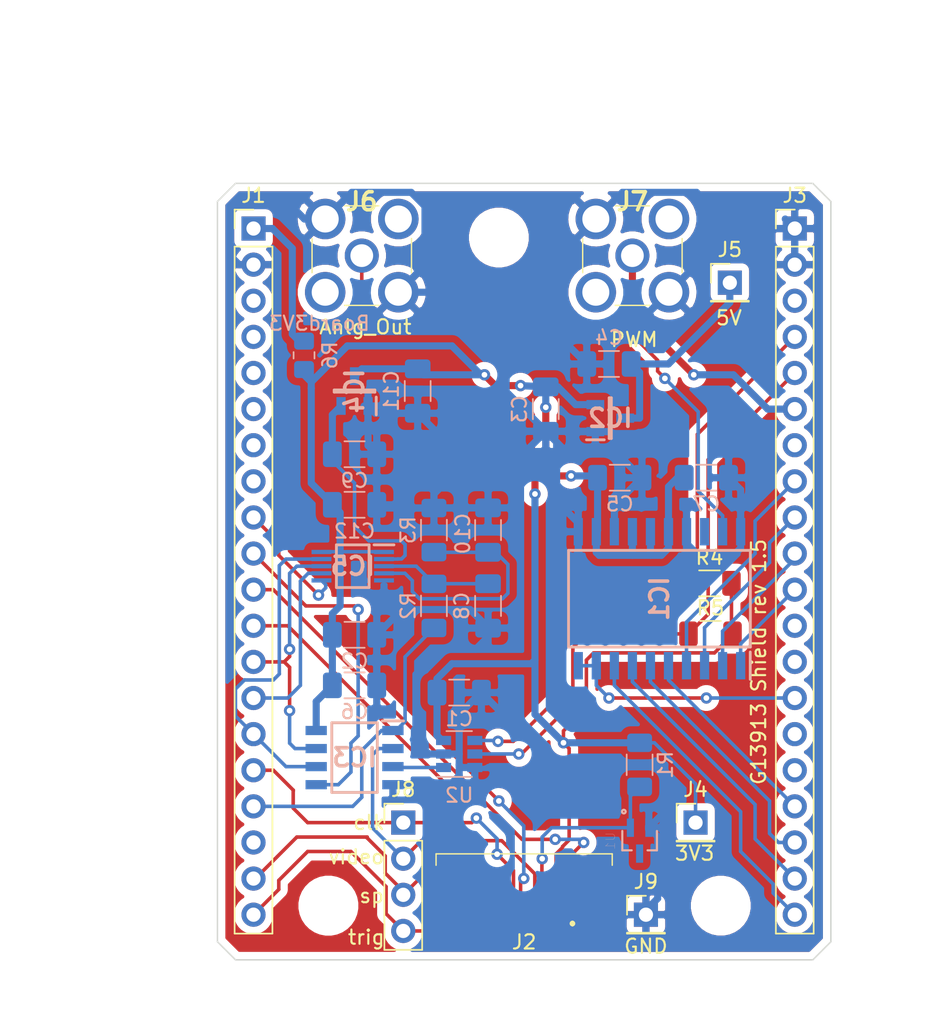
<source format=kicad_pcb>
(kicad_pcb (version 20171130) (host pcbnew "(5.1.9)-1")
  (title_block (date 2021-08-27) (rev 1.5))
  (layers (0 F.Cu signal) (31 B.Cu signal) (34 B.Paste user) (35 F.Paste user) (36 B.SilkS user) (37 F.SilkS user) (38 B.Mask user) (39 F.Mask user) (44 Edge.Cuts user))
  (net 0 "")
  (net 1 3V3)
  (net 2 5V)
  (net 3 1V8)
  (net 4 PGA_Vref)
  (net 5 CS_DAC)
  (net 6 DAC_D0)
  (net 7 DAC_D1)
  (net 8 DAC_D2)
  (net 9 DAC_D3)
  (net 10 DAC_D4)
  (net 11 DAC_D5)
  (net 12 DAC_D6)
  (net 13 DAC_D7)
  (net 14 SCK)
  (net 15 MOSI)
  (net 16 CS_PGA)
  (net 17 Video)
  (net 18 PGA_Output)
  (net 19 MISO)
  (net 20 CS_ADC)
  (net 21 Cf_select)
  (net 22 Reset)
  (net 23 CLK)
  (net 24 AD_sp)
  (net 25 AD_trig)
  (net 26 PWM)
  (net 27 SCL)
  (net 28 SDA)
  (net 29 GND)
  (net 30 /ADC+)
  (net 31 /ADC-)
  (net 32 /ANALOG_OUT)
  (net 33 Fvref)
  (net 34 MCU3V3)
  (module Connector_PinHeader_2.54mm:PinHeader_1x01_P2.54mm_Vertical (layer F.Cu) (at 59.055 70.358)
    (fp_text reference J4 (at 0 -2.33) (layer F.SilkS))
    (fp_text value Conn_01x01)
    (pad 1 thru_hole rect (at 0 0) (size 1.7 1.7) (drill 1) (layers *.Cu *.Mask) (net 1 3V3))
  )
  (module SamacSys_Parts:68711214022 (layer F.Cu) (at 46.99 75.057 180)
    (fp_text reference J2 (at 0 -3.7) (layer F.SilkS))
    (fp_text value Conn_01x12)
    (pad MP2 smd rect (at 4.68 -0.24 180) (size 2.7 3) (layers F.Cu F.Paste F.Mask))
    (pad MP1 smd rect (at -4.68 -0.24 180) (size 2.7 3) (layers F.Cu F.Paste F.Mask))
    (pad 12 smd rect (at 2.75 -2.1 180) (size 0.3 1.2) (layers F.Cu F.Paste F.Mask) (net 25 AD_trig))
    (pad 11 smd rect (at 2.25 -2.1 180) (size 0.3 1.2) (layers F.Cu F.Paste F.Mask) (net 29 GND))
    (pad 10 smd rect (at 1.75 -2.1 180) (size 0.3 1.2) (layers F.Cu F.Paste F.Mask) (net 24 AD_sp))
    (pad 9 smd rect (at 1.25 -2.1 180) (size 0.3 1.2) (layers F.Cu F.Paste F.Mask) (net 33 Fvref))
    (pad 8 smd rect (at 0.75 -2.1 180) (size 0.3 1.2) (layers F.Cu F.Paste F.Mask) (net 23 CLK))
    (pad 7 smd rect (at 0.25 -2.1 180) (size 0.3 1.2) (layers F.Cu F.Paste F.Mask) (net 22 Reset))
    (pad 6 smd rect (at -0.25 -2.1 180) (size 0.3 1.2) (layers F.Cu F.Paste F.Mask) (net 33 Fvref))
    (pad 5 smd rect (at -0.75 -2.1 180) (size 0.3 1.2) (layers F.Cu F.Paste F.Mask) (net 17 Video))
    (pad 4 smd rect (at -1.25 -2.1 180) (size 0.3 1.2) (layers F.Cu F.Paste F.Mask) (net 33 Fvref))
    (pad 3 smd rect (at -1.75 -2.1 180) (size 0.3 1.2) (layers F.Cu F.Paste F.Mask) (net 33 Fvref))
    (pad 2 smd rect (at -2.25 -2.1 180) (size 0.3 1.2) (layers F.Cu F.Paste F.Mask) (net 1 3V3))
    (pad 1 smd rect (at -2.75 -2.1 180) (size 0.3 1.2) (layers F.Cu F.Paste F.Mask) (net 21 Cf_select))
  )
  (module Resistor_SMD:R_0805_2012Metric_Pad1.20x1.40mm_HandSolder (layer B.Cu) (at 31.496 37.491 90)
    (fp_text reference R6 (at 0 1.82 90) (layer B.SilkS) (effects (justify mirror)))
    (fp_text value 0)
    (pad 2 smd roundrect (at 1 0 90) (size 1.2 1.4) (layers B.Cu B.Paste B.Mask) (roundrect_rratio 0.208333) (net 34 MCU3V3))
    (pad 1 smd roundrect (at -1 0 90) (size 1.2 1.4) (layers B.Cu B.Paste B.Mask) (roundrect_rratio 0.208333) (net 1 3V3))
  )
  (module Connector_PinHeader_2.54mm:PinHeader_1x04_P2.54mm_Vertical (layer F.Cu) (at 38.481 70.358)
    (fp_text reference J8 (at 0 -2.33) (layer F.SilkS))
    (fp_text value Conn_01x04)
    (pad 4 thru_hole oval (at 0 7.62) (size 1.7 1.7) (drill 1) (layers *.Cu *.Mask) (net 25 AD_trig))
    (pad 3 thru_hole oval (at 0 5.08) (size 1.7 1.7) (drill 1) (layers *.Cu *.Mask) (net 24 AD_sp))
    (pad 2 thru_hole oval (at 0 2.54) (size 1.7 1.7) (drill 1) (layers *.Cu *.Mask) (net 17 Video))
    (pad 1 thru_hole rect (at 0 0) (size 1.7 1.7) (drill 1) (layers *.Cu *.Mask) (net 23 CLK))
  )
  (module Resistor_SMD:R_1206_3216Metric_Pad1.30x1.75mm_HandSolder (layer F.Cu) (at 60.1085 57.0865)
    (fp_text reference R5 (at 0 -1.82) (layer F.SilkS))
    (fp_text value 4.7k)
    (pad 2 smd roundrect (at 1.55 0) (size 1.3 1.75) (layers F.Cu F.Paste F.Mask) (roundrect_rratio 0.192308) (net 1 3V3))
    (pad 1 smd roundrect (at -1.55 0) (size 1.3 1.75) (layers F.Cu F.Paste F.Mask) (roundrect_rratio 0.192308) (net 27 SCL))
  )
  (module Resistor_SMD:R_1206_3216Metric_Pad1.30x1.75mm_HandSolder (layer F.Cu) (at 60.0335 53.5305)
    (fp_text reference R4 (at 0 -1.82) (layer F.SilkS))
    (fp_text value 4.7k)
    (pad 2 smd roundrect (at 1.55 0) (size 1.3 1.75) (layers F.Cu F.Paste F.Mask) (roundrect_rratio 0.192308) (net 1 3V3))
    (pad 1 smd roundrect (at -1.55 0) (size 1.3 1.75) (layers F.Cu F.Paste F.Mask) (roundrect_rratio 0.192308) (net 28 SDA))
  )
  (module MountingHole:MountingHole_3.2mm_M3 (layer F.Cu) (at 45.212 29.21)
    (fp_text reference REF** hide)
    (fp_text value MountingHole_3.2mm_M3)
    (pad 1 np_thru_hole circle (at 0 0) (size 3.2 3.2) (drill 3.2) (layers *.Cu *.Mask))
  )
  (module MountingHole:MountingHole_3.2mm_M3 (layer F.Cu) (at 33.2105 76.2)
    (fp_text reference REF** hide)
    (fp_text value MountingHole_3.2mm_M3)
    (pad 1 np_thru_hole circle (at 0 0) (size 3.2 3.2) (drill 3.2) (layers *.Cu *.Mask))
  )
  (module MountingHole:MountingHole_3.2mm_M3 (layer F.Cu) (at 60.833 76.2)
    (fp_text reference REF** hide)
    (fp_text value MountingHole_3.2mm_M3)
    (pad 1 np_thru_hole circle (at 0 0) (size 3.2 3.2) (drill 3.2) (layers *.Cu *.Mask))
  )
  (module Connector_PinHeader_2.54mm:PinHeader_1x01_P2.54mm_Vertical (layer F.Cu) (at 61.468 32.385)
    (fp_text reference J5 (at 0 -2.33) (layer F.SilkS))
    (fp_text value Conn_01x02)
    (pad 1 thru_hole rect (at 0 0) (size 1.7 1.7) (drill 1) (layers *.Cu *.Mask) (net 2 5V))
  )
  (module Package_TO_SOT_SMD:SOT-23-6 (layer B.Cu) (at 42.418 65.532)
    (fp_text reference U2 (at 0 2.9) (layer B.SilkS) (effects (justify mirror)))
    (fp_text value MCP4725xxx-xCH)
    (pad 5 smd rect (at 1.1 0) (size 1.06 0.65) (layers B.Cu B.Paste B.Mask) (net 27 SCL))
    (pad 6 smd rect (at 1.1 0.95) (size 1.06 0.65) (layers B.Cu B.Paste B.Mask) (net 29 GND))
    (pad 4 smd rect (at 1.1 -0.95) (size 1.06 0.65) (layers B.Cu B.Paste B.Mask) (net 28 SDA))
    (pad 3 smd rect (at -1.1 -0.95) (size 1.06 0.65) (layers B.Cu B.Paste B.Mask) (net 1 3V3))
    (pad 2 smd rect (at -1.1 0) (size 1.06 0.65) (layers B.Cu B.Paste B.Mask) (net 29 GND))
    (pad 1 smd rect (at -1.1 0.95) (size 1.06 0.65) (layers B.Cu B.Paste B.Mask) (net 4 PGA_Vref))
  )
  (module Outros:SOT65P210X110-3N (layer B.Cu) (at 55.118 71.628 270)
    (fp_text reference U1 (at 0.032 2.0564 90) (layer B.SilkS) (effects (font (size 0.64 0.64) (thickness 0.015)) (justify mirror)))
    (fp_text value LM4040CIX3-2_5T)
    (pad 3 smd rect (at 0.91 0 270) (size 1.29 0.5) (layers B.Cu B.Paste B.Mask))
    (pad 2 smd rect (at -0.91 -0.65 270) (size 1.29 0.5) (layers B.Cu B.Paste B.Mask) (net 29 GND))
    (pad 1 smd rect (at -0.91 0.65 270) (size 1.29 0.5) (layers B.Cu B.Paste B.Mask) (net 33 Fvref))
  )
  (module Resistor_SMD:R_1206_3216Metric_Pad1.30x1.75mm_HandSolder (layer B.Cu) (at 40.64 49.784 270)
    (fp_text reference R3 (at 0 1.82 90) (layer B.SilkS) (effects (justify mirror)))
    (fp_text value 22)
    (pad 2 smd roundrect (at 1.55 0 270) (size 1.3 1.75) (layers B.Cu B.Paste B.Mask) (roundrect_rratio 0.1923076923076923) (net 31 /ADC-))
    (pad 1 smd roundrect (at -1.55 0 270) (size 1.3 1.75) (layers B.Cu B.Paste B.Mask) (roundrect_rratio 0.1923076923076923) (net 29 GND))
  )
  (module Resistor_SMD:R_1206_3216Metric_Pad1.30x1.75mm_HandSolder (layer B.Cu) (at 40.64 55.118 270)
    (fp_text reference R2 (at 0 1.82 90) (layer B.SilkS) (effects (justify mirror)))
    (fp_text value 22)
    (pad 2 smd roundrect (at 1.55 0 270) (size 1.3 1.75) (layers B.Cu B.Paste B.Mask) (roundrect_rratio 0.1923076923076923) (net 18 PGA_Output))
    (pad 1 smd roundrect (at -1.55 0 270) (size 1.3 1.75) (layers B.Cu B.Paste B.Mask) (roundrect_rratio 0.1923076923076923) (net 30 /ADC+))
  )
  (module Resistor_SMD:R_1206_3216Metric_Pad1.30x1.75mm_HandSolder (layer B.Cu) (at 55.118 66.294 90)
    (fp_text reference R1 (at 0 1.82 90) (layer B.SilkS) (effects (justify mirror)))
    (fp_text value 180)
    (pad 2 smd roundrect (at 1.55 0 90) (size 1.3 1.75) (layers B.Cu B.Paste B.Mask) (roundrect_rratio 0.1923076923076923) (net 1 3V3))
    (pad 1 smd roundrect (at -1.55 0 90) (size 1.3 1.75) (layers B.Cu B.Paste B.Mask) (roundrect_rratio 0.1923076923076923) (net 33 Fvref))
  )
  (module Connector_PinHeader_2.54mm:PinHeader_1x01_P2.54mm_Vertical (layer F.Cu) (at 55.5625 76.835)
    (fp_text reference J9 (at 0 -2.33) (layer F.SilkS))
    (fp_text value Conn_01x01)
    (pad 1 thru_hole rect (at 0 0) (size 1.7 1.7) (drill 1) (layers *.Cu *.Mask) (net 29 GND))
  )
  (module SamacSys_Parts:PCBSMAFRAHT (layer F.Cu) (at 54.61 30.48)
    (fp_text reference J7 (at 0 -3.8) (layer F.SilkS) (effects (font (size 1.27 1.27) (thickness 0.254))))
    (fp_text value Conn_Coaxial hide)
    (pad 1 thru_hole circle (at 0 0) (size 2.4 2.4) (drill 1.6) (layers *.Cu *.Mask) (net 26 PWM))
    (pad 2 thru_hole circle (at -2.575 -2.575) (size 2.85 2.85) (drill 1.9) (layers *.Cu *.Mask) (net 29 GND))
    (pad 3 thru_hole circle (at -2.575 2.575) (size 2.85 2.85) (drill 1.9) (layers *.Cu *.Mask))
    (pad 4 thru_hole circle (at 2.575 2.575) (size 2.85 2.85) (drill 1.9) (layers *.Cu *.Mask) (net 29 GND))
    (pad 5 thru_hole circle (at 2.575 -2.575) (size 2.85 2.85) (drill 1.9) (layers *.Cu *.Mask))
  )
  (module SamacSys_Parts:PCBSMAFRAHT (layer F.Cu) (at 35.56 30.48)
    (fp_text reference J6 (at 0 -3.8) (layer F.SilkS) (effects (font (size 1.27 1.27) (thickness 0.254))))
    (fp_text value Conn_Coaxial hide)
    (pad 5 thru_hole circle (at 2.575 -2.575) (size 2.85 2.85) (drill 1.9) (layers *.Cu *.Mask))
    (pad 4 thru_hole circle (at 2.575 2.575) (size 2.85 2.85) (drill 1.9) (layers *.Cu *.Mask) (net 29 GND))
    (pad 3 thru_hole circle (at -2.575 2.575) (size 2.85 2.85) (drill 1.9) (layers *.Cu *.Mask))
    (pad 2 thru_hole circle (at -2.575 -2.575) (size 2.85 2.85) (drill 1.9) (layers *.Cu *.Mask) (net 29 GND))
    (pad 1 thru_hole circle (at 0 0) (size 2.4 2.4) (drill 1.6) (layers *.Cu *.Mask) (net 32 /ANALOG_OUT))
  )
  (module Connector_PinHeader_2.54mm:PinHeader_1x20_P2.54mm_Vertical (layer F.Cu) (at 66.04 28.575)
    (fp_text reference J3 (at 0 -2.33) (layer F.SilkS))
    (fp_text value Conn_01x20)
    (pad 20 thru_hole oval (at 0 48.26) (size 1.7 1.7) (drill 1) (layers *.Cu *.Mask) (net 6 DAC_D0))
    (pad 19 thru_hole oval (at 0 45.72) (size 1.7 1.7) (drill 1) (layers *.Cu *.Mask) (net 7 DAC_D1))
    (pad 18 thru_hole oval (at 0 43.18) (size 1.7 1.7) (drill 1) (layers *.Cu *.Mask) (net 8 DAC_D2))
    (pad 17 thru_hole oval (at 0 40.64) (size 1.7 1.7) (drill 1) (layers *.Cu *.Mask) (net 9 DAC_D3))
    (pad 16 thru_hole oval (at 0 38.1) (size 1.7 1.7) (drill 1) (layers *.Cu *.Mask))
    (pad 15 thru_hole oval (at 0 35.56) (size 1.7 1.7) (drill 1) (layers *.Cu *.Mask))
    (pad 14 thru_hole oval (at 0 33.02) (size 1.7 1.7) (drill 1) (layers *.Cu *.Mask) (net 5 CS_DAC))
    (pad 13 thru_hole oval (at 0 30.48) (size 1.7 1.7) (drill 1) (layers *.Cu *.Mask))
    (pad 12 thru_hole oval (at 0 27.94) (size 1.7 1.7) (drill 1) (layers *.Cu *.Mask))
    (pad 11 thru_hole oval (at 0 25.4) (size 1.7 1.7) (drill 1) (layers *.Cu *.Mask) (net 13 DAC_D7))
    (pad 10 thru_hole oval (at 0 22.86) (size 1.7 1.7) (drill 1) (layers *.Cu *.Mask) (net 12 DAC_D6))
    (pad 9 thru_hole oval (at 0 20.32) (size 1.7 1.7) (drill 1) (layers *.Cu *.Mask) (net 11 DAC_D5))
    (pad 8 thru_hole oval (at 0 17.78) (size 1.7 1.7) (drill 1) (layers *.Cu *.Mask) (net 10 DAC_D4))
    (pad 7 thru_hole oval (at 0 15.24) (size 1.7 1.7) (drill 1) (layers *.Cu *.Mask))
    (pad 6 thru_hole oval (at 0 12.7) (size 1.7 1.7) (drill 1) (layers *.Cu *.Mask) (net 26 PWM))
    (pad 5 thru_hole oval (at 0 10.16) (size 1.7 1.7) (drill 1) (layers *.Cu *.Mask) (net 27 SCL))
    (pad 4 thru_hole oval (at 0 7.62) (size 1.7 1.7) (drill 1) (layers *.Cu *.Mask) (net 28 SDA))
    (pad 3 thru_hole oval (at 0 5.08) (size 1.7 1.7) (drill 1) (layers *.Cu *.Mask))
    (pad 2 thru_hole oval (at 0 2.54) (size 1.7 1.7) (drill 1) (layers *.Cu *.Mask) (net 29 GND))
    (pad 1 thru_hole rect (at 0 0) (size 1.7 1.7) (drill 1) (layers *.Cu *.Mask) (net 29 GND))
  )
  (module Connector_PinHeader_2.54mm:PinHeader_1x20_P2.54mm_Vertical (layer F.Cu) (at 27.94 28.575)
    (fp_text reference J1 (at 0 -2.33) (layer F.SilkS))
    (fp_text value Conn_01x20)
    (pad 20 thru_hole oval (at 0 48.26) (size 1.7 1.7) (drill 1) (layers *.Cu *.Mask) (net 25 AD_trig))
    (pad 19 thru_hole oval (at 0 45.72) (size 1.7 1.7) (drill 1) (layers *.Cu *.Mask) (net 24 AD_sp))
    (pad 18 thru_hole oval (at 0 43.18) (size 1.7 1.7) (drill 1) (layers *.Cu *.Mask))
    (pad 17 thru_hole oval (at 0 40.64) (size 1.7 1.7) (drill 1) (layers *.Cu *.Mask) (net 18 PGA_Output))
    (pad 16 thru_hole oval (at 0 38.1) (size 1.7 1.7) (drill 1) (layers *.Cu *.Mask) (net 23 CLK))
    (pad 15 thru_hole oval (at 0 35.56) (size 1.7 1.7) (drill 1) (layers *.Cu *.Mask) (net 15 MOSI))
    (pad 14 thru_hole oval (at 0 33.02) (size 1.7 1.7) (drill 1) (layers *.Cu *.Mask) (net 19 MISO))
    (pad 13 thru_hole oval (at 0 30.48) (size 1.7 1.7) (drill 1) (layers *.Cu *.Mask) (net 14 SCK))
    (pad 12 thru_hole oval (at 0 27.94) (size 1.7 1.7) (drill 1) (layers *.Cu *.Mask) (net 21 Cf_select))
    (pad 11 thru_hole oval (at 0 25.4) (size 1.7 1.7) (drill 1) (layers *.Cu *.Mask) (net 22 Reset))
    (pad 10 thru_hole oval (at 0 22.86) (size 1.7 1.7) (drill 1) (layers *.Cu *.Mask) (net 16 CS_PGA))
    (pad 9 thru_hole oval (at 0 20.32) (size 1.7 1.7) (drill 1) (layers *.Cu *.Mask) (net 20 CS_ADC))
    (pad 8 thru_hole oval (at 0 17.78) (size 1.7 1.7) (drill 1) (layers *.Cu *.Mask))
    (pad 7 thru_hole oval (at 0 15.24) (size 1.7 1.7) (drill 1) (layers *.Cu *.Mask))
    (pad 6 thru_hole oval (at 0 12.7) (size 1.7 1.7) (drill 1) (layers *.Cu *.Mask))
    (pad 5 thru_hole oval (at 0 10.16) (size 1.7 1.7) (drill 1) (layers *.Cu *.Mask))
    (pad 4 thru_hole oval (at 0 7.62) (size 1.7 1.7) (drill 1) (layers *.Cu *.Mask))
    (pad 3 thru_hole oval (at 0 5.08) (size 1.7 1.7) (drill 1) (layers *.Cu *.Mask))
    (pad 2 thru_hole oval (at 0 2.54) (size 1.7 1.7) (drill 1) (layers *.Cu *.Mask) (net 29 GND))
    (pad 1 thru_hole rect (at 0 0) (size 1.7 1.7) (drill 1) (layers *.Cu *.Mask) (net 34 MCU3V3))
  )
  (module SamacSys_Parts:SOP50P490X110-10N (layer B.Cu) (at 34.925 52.324 180)
    (fp_text reference IC5 (at 0 0) (layer B.SilkS) (effects (font (size 1.27 1.27) (thickness 0.254)) (justify mirror)))
    (fp_text value MCP33131D-10-E_MS hide)
    (pad 10 smd rect (at 2.2 1 90) (size 0.3 1.4) (layers B.Cu B.Paste B.Mask) (net 1 3V3))
    (pad 9 smd rect (at 2.2 0.5 90) (size 0.3 1.4) (layers B.Cu B.Paste B.Mask) (net 15 MOSI))
    (pad 8 smd rect (at 2.2 0 90) (size 0.3 1.4) (layers B.Cu B.Paste B.Mask) (net 14 SCK))
    (pad 7 smd rect (at 2.2 -0.5 90) (size 0.3 1.4) (layers B.Cu B.Paste B.Mask) (net 19 MISO))
    (pad 6 smd rect (at 2.2 -1 90) (size 0.3 1.4) (layers B.Cu B.Paste B.Mask) (net 20 CS_ADC))
    (pad 5 smd rect (at -2.2 -1 90) (size 0.3 1.4) (layers B.Cu B.Paste B.Mask) (net 29 GND))
    (pad 4 smd rect (at -2.2 -0.5 90) (size 0.3 1.4) (layers B.Cu B.Paste B.Mask) (net 31 /ADC-))
    (pad 3 smd rect (at -2.2 0 90) (size 0.3 1.4) (layers B.Cu B.Paste B.Mask) (net 30 /ADC+))
    (pad 2 smd rect (at -2.2 0.5 90) (size 0.3 1.4) (layers B.Cu B.Paste B.Mask) (net 3 1V8))
    (pad 1 smd rect (at -2.2 1 90) (size 0.3 1.4) (layers B.Cu B.Paste B.Mask) (net 1 3V3))
  )
  (module SamacSys_Parts:SOT95P237X112-3N (layer B.Cu) (at 35.052 40.005 90)
    (fp_text reference IC4 (at 0 0 90) (layer B.SilkS) (effects (font (size 1.27 1.27) (thickness 0.254)) (justify mirror)))
    (fp_text value MCP1700T-1802E_TT hide)
    (pad 3 smd rect (at 1.05 0) (size 0.65 1.25) (layers B.Cu B.Paste B.Mask) (net 1 3V3))
    (pad 2 smd rect (at -1.05 -0.95) (size 0.65 1.25) (layers B.Cu B.Paste B.Mask) (net 3 1V8))
    (pad 1 smd rect (at -1.05 0.95) (size 0.65 1.25) (layers B.Cu B.Paste B.Mask) (net 29 GND))
  )
  (module SamacSys_Parts:SOIC127P600X175-8N (layer B.Cu) (at 35.052 65.786 180)
    (fp_text reference IC3 (at 0 0) (layer B.SilkS) (effects (font (size 1.27 1.27) (thickness 0.254)) (justify mirror)))
    (fp_text value MCP6S91-E_SN hide)
    (pad 8 smd rect (at 2.7 1.905 90) (size 0.65 1.5) (layers B.Cu B.Paste B.Mask) (net 1 3V3))
    (pad 7 smd rect (at 2.7 0.635 90) (size 0.65 1.5) (layers B.Cu B.Paste B.Mask) (net 14 SCK))
    (pad 6 smd rect (at 2.7 -0.635 90) (size 0.65 1.5) (layers B.Cu B.Paste B.Mask) (net 15 MOSI))
    (pad 5 smd rect (at 2.7 -1.905 90) (size 0.65 1.5) (layers B.Cu B.Paste B.Mask) (net 16 CS_PGA))
    (pad 4 smd rect (at -2.7 -1.905 90) (size 0.65 1.5) (layers B.Cu B.Paste B.Mask) (net 29 GND))
    (pad 3 smd rect (at -2.7 -0.635 90) (size 0.65 1.5) (layers B.Cu B.Paste B.Mask) (net 4 PGA_Vref))
    (pad 2 smd rect (at -2.7 0.635 90) (size 0.65 1.5) (layers B.Cu B.Paste B.Mask) (net 17 Video))
    (pad 1 smd rect (at -2.7 1.905 90) (size 0.65 1.5) (layers B.Cu B.Paste B.Mask) (net 18 PGA_Output))
  )
  (module SamacSys_Parts:SOT95P237X112-3N (layer B.Cu) (at 53.052 41.91)
    (fp_text reference IC2 (at 0 0) (layer B.SilkS) (effects (font (size 1.27 1.27) (thickness 0.254)) (justify mirror)))
    (fp_text value MCP1700T-3302E_TT hide)
    (pad 3 smd rect (at 1.05 0 270) (size 0.65 1.25) (layers B.Cu B.Paste B.Mask) (net 2 5V))
    (pad 2 smd rect (at -1.05 -0.95 270) (size 0.65 1.25) (layers B.Cu B.Paste B.Mask) (net 1 3V3))
    (pad 1 smd rect (at -1.05 0.95 270) (size 0.65 1.25) (layers B.Cu B.Paste B.Mask) (net 29 GND))
  )
  (module SamacSys_Parts:SOIC127P1032X265-20N (layer B.Cu) (at 56.515 54.61 90)
    (fp_text reference IC1 (at 0 0 90) (layer B.SilkS) (effects (font (size 1.27 1.27) (thickness 0.254)) (justify mirror)))
    (fp_text value AD7801BRZ hide)
    (pad 20 smd rect (at 4.712 5.715) (size 0.65 1.925) (layers B.Cu B.Paste B.Mask) (net 29 GND))
    (pad 19 smd rect (at 4.712 4.445) (size 0.65 1.925) (layers B.Cu B.Paste B.Mask) (net 32 /ANALOG_OUT))
    (pad 18 smd rect (at 4.712 3.175) (size 0.65 1.925) (layers B.Cu B.Paste B.Mask))
    (pad 17 smd rect (at 4.712 1.905) (size 0.65 1.925) (layers B.Cu B.Paste B.Mask) (net 29 GND))
    (pad 16 smd rect (at 4.712 0.635) (size 0.65 1.925) (layers B.Cu B.Paste B.Mask) (net 1 3V3))
    (pad 15 smd rect (at 4.712 -0.635) (size 0.65 1.925) (layers B.Cu B.Paste B.Mask) (net 1 3V3))
    (pad 14 smd rect (at 4.712 -1.905) (size 0.65 1.925) (layers B.Cu B.Paste B.Mask) (net 1 3V3))
    (pad 13 smd rect (at 4.712 -3.175) (size 0.65 1.925) (layers B.Cu B.Paste B.Mask) (net 29 GND))
    (pad 12 smd rect (at 4.712 -4.445) (size 0.65 1.925) (layers B.Cu B.Paste B.Mask) (net 1 3V3))
    (pad 11 smd rect (at 4.712 -5.715) (size 0.65 1.925) (layers B.Cu B.Paste B.Mask) (net 29 GND))
    (pad 10 smd rect (at -4.712 -5.715) (size 0.65 1.925) (layers B.Cu B.Paste B.Mask) (net 5 CS_DAC))
    (pad 9 smd rect (at -4.712 -4.445) (size 0.65 1.925) (layers B.Cu B.Paste B.Mask) (net 5 CS_DAC))
    (pad 8 smd rect (at -4.712 -3.175) (size 0.65 1.925) (layers B.Cu B.Paste B.Mask) (net 6 DAC_D0))
    (pad 7 smd rect (at -4.712 -1.905) (size 0.65 1.925) (layers B.Cu B.Paste B.Mask) (net 7 DAC_D1))
    (pad 6 smd rect (at -4.712 -0.635) (size 0.65 1.925) (layers B.Cu B.Paste B.Mask) (net 8 DAC_D2))
    (pad 5 smd rect (at -4.712 0.635) (size 0.65 1.925) (layers B.Cu B.Paste B.Mask) (net 9 DAC_D3))
    (pad 4 smd rect (at -4.712 1.905) (size 0.65 1.925) (layers B.Cu B.Paste B.Mask) (net 10 DAC_D4))
    (pad 3 smd rect (at -4.712 3.175) (size 0.65 1.925) (layers B.Cu B.Paste B.Mask) (net 11 DAC_D5))
    (pad 2 smd rect (at -4.712 4.445) (size 0.65 1.925) (layers B.Cu B.Paste B.Mask) (net 12 DAC_D6))
    (pad 1 smd rect (at -4.712 5.715) (size 0.65 1.925) (layers B.Cu B.Paste B.Mask) (net 13 DAC_D7))
  )
  (module Capacitor_SMD:C_1206_3216Metric_Pad1.33x1.80mm_HandSolder (layer B.Cu) (at 35.052 48.006)
    (fp_text reference C12 (at 0 1.85) (layer B.SilkS) (effects (justify mirror)))
    (fp_text value .1uF)
    (pad 2 smd roundrect (at 1.5625 0) (size 1.325 1.8) (layers B.Cu B.Paste B.Mask) (roundrect_rratio 0.1886784905660377) (net 29 GND))
    (pad 1 smd roundrect (at -1.5625 0) (size 1.325 1.8) (layers B.Cu B.Paste B.Mask) (roundrect_rratio 0.1886784905660377) (net 1 3V3))
  )
  (module Capacitor_SMD:C_1206_3216Metric_Pad1.33x1.80mm_HandSolder (layer B.Cu) (at 39.497 40.005 270)
    (fp_text reference C11 (at 0 1.85 90) (layer B.SilkS) (effects (justify mirror)))
    (fp_text value 10uF)
    (pad 2 smd roundrect (at 1.5625 0 270) (size 1.325 1.8) (layers B.Cu B.Paste B.Mask) (roundrect_rratio 0.1886784905660377) (net 29 GND))
    (pad 1 smd roundrect (at -1.5625 0 270) (size 1.325 1.8) (layers B.Cu B.Paste B.Mask) (roundrect_rratio 0.1886784905660377) (net 1 3V3))
  )
  (module Capacitor_SMD:C_1206_3216Metric_Pad1.33x1.80mm_HandSolder (layer B.Cu) (at 44.45 49.784 90)
    (fp_text reference C10 (at -0.254 -1.778 90) (layer B.SilkS) (effects (justify mirror)))
    (fp_text value 1.7nF)
    (pad 2 smd roundrect (at 1.5625 0 90) (size 1.325 1.8) (layers B.Cu B.Paste B.Mask) (roundrect_rratio 0.1886784905660377) (net 29 GND))
    (pad 1 smd roundrect (at -1.5625 0 90) (size 1.325 1.8) (layers B.Cu B.Paste B.Mask) (roundrect_rratio 0.1886784905660377) (net 31 /ADC-))
  )
  (module Capacitor_SMD:C_1206_3216Metric_Pad1.33x1.80mm_HandSolder (layer B.Cu) (at 35.052 44.45)
    (fp_text reference C9 (at 0 1.85) (layer B.SilkS) (effects (justify mirror)))
    (fp_text value 1uF)
    (pad 2 smd roundrect (at 1.5625 0) (size 1.325 1.8) (layers B.Cu B.Paste B.Mask) (roundrect_rratio 0.1886784905660377) (net 29 GND))
    (pad 1 smd roundrect (at -1.5625 0) (size 1.325 1.8) (layers B.Cu B.Paste B.Mask) (roundrect_rratio 0.1886784905660377) (net 3 1V8))
  )
  (module Capacitor_SMD:C_1206_3216Metric_Pad1.33x1.80mm_HandSolder (layer B.Cu) (at 44.45 55.118 270)
    (fp_text reference C8 (at 0 1.85 90) (layer B.SilkS) (effects (justify mirror)))
    (fp_text value 1.7nF)
    (pad 2 smd roundrect (at 1.5625 0 270) (size 1.325 1.8) (layers B.Cu B.Paste B.Mask) (roundrect_rratio 0.1886784905660377) (net 29 GND))
    (pad 1 smd roundrect (at -1.5625 0 270) (size 1.325 1.8) (layers B.Cu B.Paste B.Mask) (roundrect_rratio 0.1886784905660377) (net 30 /ADC+))
  )
  (module Capacitor_SMD:C_1206_3216Metric_Pad1.33x1.80mm_HandSolder (layer B.Cu) (at 59.817 46.101)
    (fp_text reference C7 (at 0 1.85) (layer B.SilkS) (effects (justify mirror)))
    (fp_text value .1uF)
    (pad 2 smd roundrect (at 1.5625 0) (size 1.325 1.8) (layers B.Cu B.Paste B.Mask) (roundrect_rratio 0.1886784905660377) (net 29 GND))
    (pad 1 smd roundrect (at -1.5625 0) (size 1.325 1.8) (layers B.Cu B.Paste B.Mask) (roundrect_rratio 0.1886784905660377) (net 1 3V3))
  )
  (module Capacitor_SMD:C_1206_3216Metric_Pad1.33x1.80mm_HandSolder (layer B.Cu) (at 35.052 60.706)
    (fp_text reference C6 (at 0 1.85) (layer B.SilkS) (effects (justify mirror)))
    (fp_text value .1uF)
    (pad 2 smd roundrect (at 1.5625 0) (size 1.325 1.8) (layers B.Cu B.Paste B.Mask) (roundrect_rratio 0.1886784905660377) (net 29 GND))
    (pad 1 smd roundrect (at -1.5625 0) (size 1.325 1.8) (layers B.Cu B.Paste B.Mask) (roundrect_rratio 0.1886784905660377) (net 1 3V3))
  )
  (module Capacitor_SMD:C_1206_3216Metric_Pad1.33x1.80mm_HandSolder (layer B.Cu) (at 53.721 46.101)
    (fp_text reference C5 (at 0 1.85) (layer B.SilkS) (effects (justify mirror)))
    (fp_text value 10uF)
    (pad 2 smd roundrect (at 1.5625 0) (size 1.325 1.8) (layers B.Cu B.Paste B.Mask) (roundrect_rratio 0.1886784905660377) (net 29 GND))
    (pad 1 smd roundrect (at -1.5625 0) (size 1.325 1.8) (layers B.Cu B.Paste B.Mask) (roundrect_rratio 0.1886784905660377) (net 1 3V3))
  )
  (module Capacitor_SMD:C_1206_3216Metric_Pad1.33x1.80mm_HandSolder (layer B.Cu) (at 52.959 38.1 180)
    (fp_text reference C4 (at 0 1.85) (layer B.SilkS) (effects (justify mirror)))
    (fp_text value 1uF)
    (pad 2 smd roundrect (at 1.5625 0 180) (size 1.325 1.8) (layers B.Cu B.Paste B.Mask) (roundrect_rratio 0.1886784905660377) (net 29 GND))
    (pad 1 smd roundrect (at -1.5625 0 180) (size 1.325 1.8) (layers B.Cu B.Paste B.Mask) (roundrect_rratio 0.1886784905660377) (net 2 5V))
  )
  (module Capacitor_SMD:C_1206_3216Metric_Pad1.33x1.80mm_HandSolder (layer B.Cu) (at 48.514 41.275 270)
    (fp_text reference C3 (at 0 1.85 90) (layer B.SilkS) (effects (justify mirror)))
    (fp_text value 1uF)
    (pad 1 smd roundrect (at -1.5625 0 270) (size 1.325 1.8) (layers B.Cu B.Paste B.Mask) (roundrect_rratio 0.1886784905660377) (net 1 3V3))
    (pad 2 smd roundrect (at 1.5625 0 270) (size 1.325 1.8) (layers B.Cu B.Paste B.Mask) (roundrect_rratio 0.1886784905660377) (net 29 GND))
  )
  (module Capacitor_SMD:C_1206_3216Metric_Pad1.33x1.80mm_HandSolder (layer B.Cu) (at 35.052 57.15)
    (fp_text reference C2 (at 0 1.85) (layer B.SilkS) (effects (justify mirror)))
    (fp_text value 10uF)
    (pad 2 smd roundrect (at 1.5625 0) (size 1.325 1.8) (layers B.Cu B.Paste B.Mask) (roundrect_rratio 0.1886784905660377) (net 29 GND))
    (pad 1 smd roundrect (at -1.5625 0) (size 1.325 1.8) (layers B.Cu B.Paste B.Mask) (roundrect_rratio 0.1886784905660377) (net 1 3V3))
  )
  (module Capacitor_SMD:C_1206_3216Metric_Pad1.33x1.80mm_HandSolder (layer B.Cu) (at 42.418 61.214)
    (fp_text reference C1 (at 0 1.85) (layer B.SilkS) (effects (justify mirror)))
    (fp_text value .1uF)
    (pad 2 smd roundrect (at 1.5625 0) (size 1.325 1.8) (layers B.Cu B.Paste B.Mask) (roundrect_rratio 0.1886784905660377) (net 29 GND))
    (pad 1 smd roundrect (at -1.5625 0) (size 1.325 1.8) (layers B.Cu B.Paste B.Mask) (roundrect_rratio 0.1886784905660377) (net 1 3V3))
  )
  (gr_text 3V3 (at 58.9915 72.517) (layer F.SilkS) (effects (font (size 1 1))))
  (gr_text Board3V3 (at 32.5755 35.2425) (layer B.SilkS) (effects (font (size 1 1)) (justify mirror)))
  (gr_text "clk\n" (at 36.068 70.358) (layer F.SilkS) (effects (font (size 1 1))))
  (gr_text "G13913 Shield rev 1.5" (at 63.5 59.055 90) (layer F.SilkS) (effects (font (size 1 1))))
  (gr_text Anlg_Out (at 35.814 35.4965) (layer F.SilkS) (effects (font (size 1 1))))
  (gr_text PWM (at 54.737 36.3855) (layer F.SilkS) (effects (font (size 1 1))))
  (gr_text GND (at 55.5625 79.0575) (layer F.SilkS) (effects (font (size 1 1))))
  (gr_text 5V (at 61.4045 34.8615) (layer F.SilkS) (effects (font (size 1 1))))
  (gr_text trig (at 35.8775 78.4225) (layer F.SilkS) (effects (font (size 1 1))))
  (gr_text sp (at 36.2585 75.5015) (layer F.SilkS) (effects (font (size 1 1))))
  (gr_text video (at 35.179 72.771) (layer F.SilkS) (effects (font (size 1 1))))
  (gr_line (start 67.31 25.4) (end 68.58 26.67) (layer Edge.Cuts) (width 0.1))
  (gr_line (start 26.67 25.4) (end 67.31 25.4) (layer Edge.Cuts) (width 0.1))
  (gr_line (start 25.4 26.67) (end 26.67 25.4) (layer Edge.Cuts) (width 0.1))
  (gr_line (start 25.4 78.74) (end 25.4 26.67) (layer Edge.Cuts) (width 0.1))
  (gr_line (start 26.67 80.01) (end 25.4 78.74) (layer Edge.Cuts) (width 0.1))
  (gr_line (start 67.31 80.01) (end 26.67 80.01) (layer Edge.Cuts) (width 0.1))
  (gr_line (start 68.58 78.74) (end 67.31 80.01) (layer Edge.Cuts) (width 0.1))
  (gr_line (start 68.58 26.67) (end 68.58 78.74) (layer Edge.Cuts) (width 0.1))
  (segment (start 32.352 61.8435) (end 33.4895 60.706) (width 0.5) (layer B.Cu) (net 1))
  (segment (start 32.352 63.881) (end 32.352 61.8435) (width 0.5) (layer B.Cu) (net 1))
  (segment (start 33.4895 60.706) (end 33.4895 57.15) (width 0.5) (layer B.Cu) (net 1))
  (segment (start 35.5645 38.4425) (end 35.052 38.955) (width 0.5) (layer B.Cu) (net 1))
  (segment (start 39.497 38.4425) (end 35.5645 38.4425) (width 0.5) (layer B.Cu) (net 1))
  (segment (start 52.1585 49.8095) (end 52.07 49.898) (width 0.5) (layer B.Cu) (net 1))
  (segment (start 52.1585 46.101) (end 52.1585 49.8095) (width 0.5) (layer B.Cu) (net 1))
  (segment (start 52.07 51.3605) (end 52.2715 51.562) (width 0.5) (layer B.Cu) (net 1))
  (segment (start 52.07 49.898) (end 52.07 51.3605) (width 0.5) (layer B.Cu) (net 1))
  (segment (start 56.642 51.562) (end 57.15 51.054) (width 0.5) (layer B.Cu) (net 1))
  (segment (start 57.15 51.054) (end 57.15 49.898) (width 0.5) (layer B.Cu) (net 1))
  (segment (start 58.2545 46.101) (end 57.785 46.101) (width 0.5) (layer B.Cu) (net 1))
  (segment (start 57.15 46.736) (end 57.15 49.898) (width 0.5) (layer B.Cu) (net 1))
  (segment (start 57.785 46.101) (end 57.15 46.736) (width 0.5) (layer B.Cu) (net 1))
  (segment (start 55.88 51.562) (end 55.88 49.898) (width 0.5) (layer B.Cu) (net 1))
  (segment (start 55.88 51.562) (end 56.642 51.562) (width 0.5) (layer B.Cu) (net 1))
  (segment (start 54.61 51.562) (end 54.61 49.898) (width 0.5) (layer B.Cu) (net 1))
  (segment (start 52.2715 51.562) (end 54.61 51.562) (width 0.5) (layer B.Cu) (net 1))
  (segment (start 54.61 51.562) (end 55.88 51.562) (width 0.5) (layer B.Cu) (net 1))
  (segment (start 41.318 64.582) (end 41.214 64.582) (width 0.5) (layer B.Cu) (net 1))
  (segment (start 40.8555 64.2235) (end 40.8555 61.214) (width 0.5) (layer B.Cu) (net 1))
  (segment (start 41.214 64.582) (end 40.8555 64.2235) (width 0.5) (layer B.Cu) (net 1))
  (segment (start 34.036 48.5525) (end 33.4895 48.006) (width 0.5) (layer B.Cu) (net 1))
  (segment (start 33.4895 55.6645) (end 34.036 55.118) (width 0.5) (layer B.Cu) (net 1))
  (segment (start 33.4895 57.15) (end 33.4895 55.6645) (width 0.5) (layer B.Cu) (net 1))
  (segment (start 32.741 51.308) (end 32.725 51.324) (width 0.25) (layer B.Cu) (net 1))
  (segment (start 34.036 51.308) (end 32.741 51.308) (width 0.25) (layer B.Cu) (net 1))
  (segment (start 34.036 55.118) (end 34.036 51.308) (width 0.5) (layer B.Cu) (net 1))
  (segment (start 34.036 51.308) (end 34.036 48.5525) (width 0.5) (layer B.Cu) (net 1))
  (segment (start 37.109 51.308) (end 37.125 51.324) (width 0.25) (layer B.Cu) (net 1))
  (segment (start 34.036 51.308) (end 37.109 51.308) (width 0.25) (layer B.Cu) (net 1))
  (segment (start 52.1585 46.101) (end 51.7775 46.101) (width 0.5) (layer B.Cu) (net 1))
  (segment (start 47.752 49.53) (end 47.752 58.928) (width 0.5) (layer B.Cu) (net 1))
  (segment (start 47.498 59.182) (end 47.752 58.928) (width 0.5) (layer B.Cu) (net 1))
  (segment (start 41.91 59.182) (end 47.498 59.182) (width 0.5) (layer B.Cu) (net 1))
  (segment (start 40.8555 60.2365) (end 41.91 59.182) (width 0.5) (layer B.Cu) (net 1))
  (segment (start 40.8555 61.214) (end 40.8555 60.2365) (width 0.5) (layer B.Cu) (net 1))
  (segment (start 49.758 64.744) (end 49.758 64.744) (width 0.5) (layer B.Cu) (net 1))
  (segment (start 47.752 62.738) (end 49.758 64.744) (width 0.5) (layer B.Cu) (net 1))
  (segment (start 47.752 58.928) (end 47.752 62.738) (width 0.5) (layer B.Cu) (net 1))
  (segment (start 49.3645 39.7125) (end 48.514 39.7125) (width 0.5) (layer B.Cu) (net 1))
  (segment (start 50.612 40.96) (end 49.3645 39.7125) (width 0.5) (layer B.Cu) (net 1))
  (segment (start 52.002 40.96) (end 50.612 40.96) (width 0.5) (layer B.Cu) (net 1))
  (segment (start 48.514 39.7125) (end 48.514 41.148) (width 0.5) (layer B.Cu) (net 1))
  (segment (start 48.514 41.148) (end 48.514 41.148) (width 0.5) (layer B.Cu) (net 1))
  (via (at 48.514 41.148) (size 0.8) (drill 0.4) (layers F.Cu B.Cu) (net 1))
  (segment (start 48.514 39.7125) (end 46.736 39.624) (width 0.5) (layer B.Cu) (net 1))
  (segment (start 46.736 39.624) (end 46.8245 39.7125) (width 0.5) (layer B.Cu) (net 1))
  (via (at 46.736 39.624) (size 0.8) (drill 0.4) (layers F.Cu B.Cu) (net 1))
  (segment (start 46.736 39.624) (end 45.212 39.624) (width 0.5) (layer F.Cu) (net 1))
  (segment (start 45.212 39.624) (end 44.958 39.624) (width 0.5) (layer F.Cu) (net 1))
  (segment (start 44.958 39.624) (end 44.196 38.862) (width 0.5) (layer F.Cu) (net 1))
  (segment (start 44.196 38.862) (end 44.196 38.862) (width 0.5) (layer F.Cu) (net 1))
  (via (at 44.196 38.862) (size 0.8) (drill 0.4) (layers F.Cu B.Cu) (net 1))
  (segment (start 33.4895 47.9675) (end 33.4895 48.006) (width 0.5) (layer B.Cu) (net 1))
  (segment (start 32.004 46.482) (end 33.4895 47.9675) (width 0.5) (layer B.Cu) (net 1))
  (segment (start 34.544 36.83) (end 32.004 39.37) (width 0.5) (layer B.Cu) (net 1))
  (segment (start 41.91 36.83) (end 34.544 36.83) (width 0.5) (layer B.Cu) (net 1))
  (segment (start 43.942 38.862) (end 41.91 36.83) (width 0.5) (layer B.Cu) (net 1))
  (segment (start 44.196 38.862) (end 43.942 38.862) (width 0.5) (layer B.Cu) (net 1))
  (segment (start 39.9165 38.862) (end 39.497 38.4425) (width 0.5) (layer B.Cu) (net 1))
  (segment (start 44.196 38.862) (end 39.9165 38.862) (width 0.5) (layer B.Cu) (net 1))
  (segment (start 48.514 41.148) (end 48.514 45.212) (width 0.5) (layer F.Cu) (net 1))
  (segment (start 48.514 45.212) (end 47.752 45.974) (width 0.5) (layer F.Cu) (net 1))
  (segment (start 47.752 45.974) (end 47.752 47.244) (width 0.5) (layer F.Cu) (net 1))
  (segment (start 47.752 47.244) (end 47.752 47.244) (width 0.5) (layer F.Cu) (net 1))
  (via (at 47.752 47.244) (size 0.8) (drill 0.4) (layers F.Cu B.Cu) (net 1))
  (segment (start 48.514 45.212) (end 49.276 45.974) (width 0.5) (layer F.Cu) (net 1))
  (segment (start 49.276 45.974) (end 50.292 45.974) (width 0.5) (layer F.Cu) (net 1))
  (segment (start 50.292 45.974) (end 50.292 45.974) (width 0.5) (layer F.Cu) (net 1))
  (via (at 50.292 45.974) (size 0.8) (drill 0.4) (layers F.Cu B.Cu) (net 1))
  (segment (start 52.0315 45.974) (end 52.1585 46.101) (width 0.5) (layer B.Cu) (net 1))
  (segment (start 50.292 45.974) (end 52.0315 45.974) (width 0.5) (layer B.Cu) (net 1))
  (segment (start 47.752 49.53) (end 47.752 47.244) (width 0.5) (layer B.Cu) (net 1))
  (segment (start 49.758 64.744) (end 55.118 64.744) (width 0.5) (layer B.Cu) (net 1))
  (via (at 49.758 64.744) (size 0.8) (drill 0.4) (layers F.Cu B.Cu) (net 1))
  (segment (start 61.5835 57.0115) (end 61.6585 57.0865) (width 0.25) (layer F.Cu) (net 1))
  (segment (start 61.5835 53.5305) (end 61.5835 57.0115) (width 0.25) (layer F.Cu) (net 1))
  (segment (start 61.6585 57.0865) (end 61.6585 57.658) (width 0.25) (layer F.Cu) (net 1))
  (segment (start 49.758 63.907) (end 49.758 64.744) (width 0.25) (layer F.Cu) (net 1))
  (segment (start 51.3715 62.2935) (end 49.758 63.907) (width 0.25) (layer F.Cu) (net 1))
  (segment (start 51.3715 58.928) (end 51.3715 62.2935) (width 0.25) (layer F.Cu) (net 1))
  (segment (start 51.8795 58.42) (end 51.3715 58.928) (width 0.25) (layer F.Cu) (net 1))
  (segment (start 61.6585 57.15) (end 60.3885 58.42) (width 0.25) (layer F.Cu) (net 1))
  (segment (start 60.3885 58.42) (end 51.8795 58.42) (width 0.25) (layer F.Cu) (net 1))
  (segment (start 61.6585 57.0865) (end 61.6585 57.15) (width 0.25) (layer F.Cu) (net 1))
  (segment (start 31.9925 39.803) (end 32.004 39.8145) (width 0.5) (layer B.Cu) (net 1))
  (segment (start 32.004 39.8145) (end 32.004 46.482) (width 0.5) (layer B.Cu) (net 1))
  (segment (start 32.004 39.37) (end 32.004 39.8145) (width 0.5) (layer B.Cu) (net 1))
  (segment (start 31.496 38.862) (end 32.004 39.37) (width 0.5) (layer B.Cu) (net 1))
  (segment (start 31.496 38.491) (end 31.496 38.862) (width 0.5) (layer B.Cu) (net 1))
  (segment (start 49.24 72.559496) (end 49.24 75.8465) (width 0.25) (layer F.Cu) (net 1))
  (segment (start 49.693998 72.105498) (end 49.24 72.559496) (width 0.25) (layer F.Cu) (net 1))
  (segment (start 49.24 75.8465) (end 49.24 77.161) (width 0.25) (layer F.Cu) (net 1))
  (segment (start 49.693998 72.041998) (end 49.693998 72.105498) (width 0.25) (layer F.Cu) (net 1))
  (segment (start 50.157999 71.577997) (end 49.693998 72.041998) (width 0.25) (layer F.Cu) (net 1))
  (segment (start 50.157999 65.143999) (end 50.157999 71.577997) (width 0.25) (layer F.Cu) (net 1))
  (segment (start 49.758 64.744) (end 50.157999 65.143999) (width 0.25) (layer F.Cu) (net 1))
  (segment (start 59.055 67.639814) (end 59.055 70.358) (width 0.25) (layer B.Cu) (net 1))
  (segment (start 56.159186 64.744) (end 59.055 67.639814) (width 0.25) (layer B.Cu) (net 1))
  (segment (start 55.118 64.744) (end 56.159186 64.744) (width 0.25) (layer B.Cu) (net 1))
  (segment (start 61.468 32.385) (end 61.468 33.782) (width 0.5) (layer B.Cu) (net 2))
  (segment (start 57.15 38.1) (end 54.5215 38.1) (width 0.5) (layer B.Cu) (net 2))
  (segment (start 61.468 33.782) (end 57.15 38.1) (width 0.5) (layer B.Cu) (net 2))
  (segment (start 54.102 41.91) (end 55.118 41.91) (width 0.5) (layer B.Cu) (net 2))
  (segment (start 55.118 41.91) (end 55.118 38.6965) (width 0.5) (layer B.Cu) (net 2))
  (segment (start 55.118 38.6965) (end 54.5215 38.1) (width 0.5) (layer B.Cu) (net 2))
  (segment (start 33.4895 41.6675) (end 34.102 41.055) (width 0.5) (layer B.Cu) (net 3))
  (segment (start 33.4895 44.45) (end 33.4895 41.6675) (width 0.5) (layer B.Cu) (net 3))
  (segment (start 35.052 46.482) (end 33.4895 44.9195) (width 0.25) (layer B.Cu) (net 3))
  (segment (start 35.052 49.53) (end 35.052 46.482) (width 0.25) (layer B.Cu) (net 3))
  (segment (start 36.068 50.546) (end 35.052 49.53) (width 0.25) (layer B.Cu) (net 3))
  (segment (start 38.608 50.8) (end 38.354 50.546) (width 0.25) (layer B.Cu) (net 3))
  (segment (start 38.608 51.562) (end 38.608 50.8) (width 0.25) (layer B.Cu) (net 3))
  (segment (start 38.354 50.546) (end 36.068 50.546) (width 0.25) (layer B.Cu) (net 3))
  (segment (start 38.354 51.816) (end 38.608 51.562) (width 0.25) (layer B.Cu) (net 3))
  (segment (start 33.4895 44.9195) (end 33.4895 44.45) (width 0.25) (layer B.Cu) (net 3))
  (segment (start 38.1 51.816) (end 38.354 51.816) (width 0.25) (layer B.Cu) (net 3))
  (segment (start 38.092 51.824) (end 38.1 51.816) (width 0.25) (layer B.Cu) (net 3))
  (segment (start 37.125 51.824) (end 38.092 51.824) (width 0.25) (layer B.Cu) (net 3))
  (segment (start 37.813 66.482) (end 37.752 66.421) (width 0.25) (layer B.Cu) (net 4))
  (segment (start 41.318 66.482) (end 37.813 66.482) (width 0.25) (layer B.Cu) (net 4))
  (segment (start 50.8 59.322) (end 52.07 59.322) (width 0.25) (layer B.Cu) (net 5))
  (segment (start 66.04 61.595) (end 59.817 61.595) (width 0.25) (layer B.Cu) (net 5))
  (segment (start 59.817 61.595) (end 59.817 61.595) (width 0.25) (layer B.Cu) (net 5))
  (via (at 59.817 61.595) (size 0.8) (drill 0.4) (layers F.Cu B.Cu) (net 5))
  (segment (start 59.817 61.595) (end 52.959 61.595) (width 0.25) (layer F.Cu) (net 5))
  (segment (start 52.959 61.595) (end 52.959 61.595) (width 0.25) (layer F.Cu) (net 5))
  (via (at 52.959 61.595) (size 0.8) (drill 0.4) (layers F.Cu B.Cu) (net 5))
  (segment (start 52.07 60.706) (end 52.07 59.322) (width 0.25) (layer B.Cu) (net 5))
  (segment (start 52.959 61.595) (end 52.07 60.706) (width 0.25) (layer B.Cu) (net 5))
  (segment (start 64.516 75.311) (end 66.04 76.835) (width 0.25) (layer B.Cu) (net 6))
  (segment (start 64.516 74.676) (end 64.516 75.311) (width 0.25) (layer B.Cu) (net 6))
  (segment (start 62.23 72.39) (end 64.516 74.676) (width 0.25) (layer B.Cu) (net 6))
  (segment (start 62.23 69.596) (end 62.23 72.39) (width 0.25) (layer B.Cu) (net 6))
  (segment (start 53.34 60.706) (end 62.23 69.596) (width 0.25) (layer B.Cu) (net 6))
  (segment (start 53.34 59.322) (end 53.34 60.706) (width 0.25) (layer B.Cu) (net 6))
  (segment (start 63.246 71.501) (end 66.04 74.295) (width 0.25) (layer B.Cu) (net 7))
  (segment (start 63.246 69.088) (end 63.246 71.501) (width 0.25) (layer B.Cu) (net 7))
  (segment (start 54.61 60.452) (end 63.246 69.088) (width 0.25) (layer B.Cu) (net 7))
  (segment (start 54.61 59.322) (end 54.61 60.452) (width 0.25) (layer B.Cu) (net 7))
  (segment (start 55.88 60.452) (end 55.88 59.322) (width 0.25) (layer B.Cu) (net 8))
  (segment (start 64.262 68.834) (end 55.88 60.452) (width 0.25) (layer B.Cu) (net 8))
  (segment (start 64.262 71.12) (end 64.262 68.834) (width 0.25) (layer B.Cu) (net 8))
  (segment (start 64.897 71.755) (end 64.262 71.12) (width 0.25) (layer B.Cu) (net 8))
  (segment (start 66.04 71.755) (end 64.897 71.755) (width 0.25) (layer B.Cu) (net 8))
  (segment (start 57.15 60.325) (end 57.15 59.322) (width 0.25) (layer B.Cu) (net 9))
  (segment (start 66.04 69.215) (end 57.15 60.325) (width 0.25) (layer B.Cu) (net 9))
  (segment (start 58.42 56.25959) (end 58.42 59.322) (width 0.25) (layer B.Cu) (net 10))
  (segment (start 63.246 51.43359) (end 58.42 56.25959) (width 0.25) (layer B.Cu) (net 10))
  (segment (start 63.246 49.149) (end 63.246 51.43359) (width 0.25) (layer B.Cu) (net 10))
  (segment (start 66.04 46.355) (end 63.246 49.149) (width 0.25) (layer B.Cu) (net 10))
  (segment (start 64.262 50.673) (end 66.04 48.895) (width 0.25) (layer B.Cu) (net 11))
  (segment (start 64.262 52.07) (end 64.262 50.673) (width 0.25) (layer B.Cu) (net 11))
  (segment (start 59.69 56.642) (end 64.262 52.07) (width 0.25) (layer B.Cu) (net 11))
  (segment (start 59.69 59.322) (end 59.69 56.642) (width 0.25) (layer B.Cu) (net 11))
  (segment (start 66.04 51.816) (end 66.04 51.435) (width 0.25) (layer B.Cu) (net 12))
  (segment (start 60.96 56.896) (end 66.04 51.816) (width 0.25) (layer B.Cu) (net 12))
  (segment (start 60.96 59.322) (end 60.96 56.896) (width 0.25) (layer B.Cu) (net 12))
  (segment (start 62.23 57.785) (end 66.04 53.975) (width 0.25) (layer B.Cu) (net 13))
  (segment (start 62.23 59.322) (end 62.23 57.785) (width 0.25) (layer B.Cu) (net 13))
  (segment (start 30.48 58.166) (end 30.48 58.166) (width 0.25) (layer B.Cu) (net 14))
  (via (at 30.48 58.166) (size 0.8) (drill 0.4) (layers F.Cu B.Cu) (net 14))
  (segment (start 30.48 62.484) (end 30.607 62.611) (width 0.25) (layer B.Cu) (net 14))
  (via (at 30.48 62.484) (size 0.8) (drill 0.4) (layers F.Cu B.Cu) (net 14))
  (segment (start 29.591 59.055) (end 27.94 59.055) (width 0.25) (layer F.Cu) (net 14))
  (segment (start 30.48 59.436) (end 30.099 59.055) (width 0.25) (layer F.Cu) (net 14))
  (segment (start 30.099 59.055) (end 29.591 59.055) (width 0.25) (layer F.Cu) (net 14))
  (segment (start 30.48 58.674) (end 30.099 59.055) (width 0.25) (layer F.Cu) (net 14))
  (segment (start 32.725 52.324) (end 30.988 52.324) (width 0.25) (layer B.Cu) (net 14))
  (segment (start 32.352 65.151) (end 30.861 65.151) (width 0.25) (layer B.Cu) (net 14))
  (segment (start 30.48 64.77) (end 30.48 62.484) (width 0.25) (layer B.Cu) (net 14))
  (segment (start 30.861 65.151) (end 30.48 64.77) (width 0.25) (layer B.Cu) (net 14))
  (segment (start 30.48 59.436) (end 30.48 62.484) (width 0.25) (layer F.Cu) (net 14))
  (segment (start 30.48 58.674) (end 30.48 58.166) (width 0.25) (layer F.Cu) (net 14))
  (segment (start 30.48 52.832) (end 30.988 52.324) (width 0.25) (layer B.Cu) (net 14))
  (segment (start 30.48 58.166) (end 30.48 52.832) (width 0.25) (layer B.Cu) (net 14))
  (segment (start 30.226 66.421) (end 32.352 66.421) (width 0.25) (layer B.Cu) (net 15))
  (segment (start 27.94 64.135) (end 30.226 66.421) (width 0.25) (layer B.Cu) (net 15))
  (segment (start 30.218 51.824) (end 32.725 51.824) (width 0.25) (layer B.Cu) (net 15))
  (segment (start 29.754999 52.287001) (end 30.218 51.824) (width 0.25) (layer B.Cu) (net 15))
  (segment (start 29.754999 59.907001) (end 29.754999 52.287001) (width 0.25) (layer B.Cu) (net 15))
  (segment (start 29.337 60.325) (end 29.754999 59.907001) (width 0.25) (layer B.Cu) (net 15))
  (segment (start 26.67 60.96) (end 27.305 60.325) (width 0.25) (layer B.Cu) (net 15))
  (segment (start 27.305 60.325) (end 29.337 60.325) (width 0.25) (layer B.Cu) (net 15))
  (segment (start 26.67 62.865) (end 26.67 60.96) (width 0.25) (layer B.Cu) (net 15))
  (segment (start 27.94 64.135) (end 26.67 62.865) (width 0.25) (layer B.Cu) (net 15))
  (segment (start 27.94 51.435) (end 28.321 51.435) (width 0.25) (layer F.Cu) (net 16))
  (via (at 35.306 55.372) (size 0.8) (drill 0.4) (layers F.Cu B.Cu) (net 16))
  (segment (start 33.909 67.691) (end 34.798 66.802) (width 0.25) (layer B.Cu) (net 16))
  (segment (start 32.352 67.691) (end 33.909 67.691) (width 0.25) (layer B.Cu) (net 16))
  (segment (start 35.052 55.118) (end 35.306 55.372) (width 0.25) (layer F.Cu) (net 16))
  (segment (start 31.623 55.118) (end 35.052 55.118) (width 0.25) (layer F.Cu) (net 16))
  (segment (start 27.94 51.435) (end 31.623 55.118) (width 0.25) (layer F.Cu) (net 16))
  (segment (start 35.306 55.372) (end 35.306 64.262) (width 0.25) (layer B.Cu) (net 16))
  (segment (start 35.306 64.262) (end 34.798 64.77) (width 0.25) (layer B.Cu) (net 16))
  (segment (start 34.798 64.77) (end 34.798 66.802) (width 0.25) (layer B.Cu) (net 16))
  (segment (start 39.751 71.628) (end 38.481 72.898) (width 0.25) (layer F.Cu) (net 17))
  (segment (start 45.408996 71.628) (end 39.751 71.628) (width 0.25) (layer F.Cu) (net 17))
  (segment (start 47.74 73.959004) (end 45.408996 71.628) (width 0.25) (layer F.Cu) (net 17))
  (segment (start 47.74 77.161) (end 47.74 73.959004) (width 0.25) (layer F.Cu) (net 17))
  (segment (start 47.764999 77.136001) (end 47.74 77.161) (width 0.25) (layer F.Cu) (net 17))
  (segment (start 36.322 70.739) (end 38.481 72.898) (width 0.25) (layer B.Cu) (net 17))
  (segment (start 36.752 65.151) (end 36.322 65.581) (width 0.25) (layer B.Cu) (net 17))
  (segment (start 36.322 65.581) (end 36.322 70.739) (width 0.25) (layer B.Cu) (net 17))
  (segment (start 37.752 65.151) (end 36.752 65.151) (width 0.25) (layer B.Cu) (net 17))
  (segment (start 37.752 63.881) (end 36.957 63.881) (width 0.25) (layer B.Cu) (net 18))
  (segment (start 36.957 63.881) (end 35.56 65.278) (width 0.25) (layer B.Cu) (net 18))
  (segment (start 35.56 65.278) (end 35.56 68.58) (width 0.25) (layer B.Cu) (net 18))
  (segment (start 34.925 69.215) (end 27.94 69.215) (width 0.25) (layer B.Cu) (net 18))
  (segment (start 35.56 68.58) (end 34.925 69.215) (width 0.25) (layer B.Cu) (net 18))
  (segment (start 37.752 63.881) (end 37.973 63.881) (width 0.25) (layer B.Cu) (net 18))
  (segment (start 37.973 63.881) (end 38.608 63.246) (width 0.25) (layer B.Cu) (net 18))
  (segment (start 38.608 58.7) (end 40.64 56.668) (width 0.25) (layer B.Cu) (net 18))
  (segment (start 38.608 63.246) (end 38.608 58.7) (width 0.25) (layer B.Cu) (net 18))
  (segment (start 31.789998 52.824) (end 32.725 52.824) (width 0.25) (layer B.Cu) (net 19))
  (segment (start 31.242 53.371998) (end 31.789998 52.824) (width 0.25) (layer B.Cu) (net 19))
  (segment (start 31.242 60.706) (end 31.242 53.371998) (width 0.25) (layer B.Cu) (net 19))
  (segment (start 30.353 61.595) (end 31.242 60.706) (width 0.25) (layer B.Cu) (net 19))
  (segment (start 27.94 61.595) (end 30.353 61.595) (width 0.25) (layer B.Cu) (net 19))
  (segment (start 27.94 48.895) (end 29.718 50.673) (width 0.25) (layer F.Cu) (net 20))
  (segment (start 29.718 50.673) (end 29.718 51.562) (width 0.25) (layer F.Cu) (net 20))
  (segment (start 29.718 51.562) (end 32.512 54.356) (width 0.25) (layer F.Cu) (net 20))
  (segment (start 32.512 54.356) (end 32.512 54.356) (width 0.25) (layer F.Cu) (net 20))
  (via (at 32.512 54.356) (size 0.8) (drill 0.4) (layers F.Cu B.Cu) (net 20))
  (segment (start 33.02 53.619) (end 32.725 53.324) (width 0.25) (layer B.Cu) (net 20))
  (segment (start 33.02 53.848) (end 33.02 53.619) (width 0.25) (layer B.Cu) (net 20))
  (segment (start 32.512 54.356) (end 33.02 53.848) (width 0.25) (layer B.Cu) (net 20))
  (segment (start 42.672 68.834) (end 42.672 68.834) (width 0.25) (layer F.Cu) (net 21))
  (segment (start 49.276 71.628) (end 49.276 71.628) (width 0.25) (layer F.Cu) (net 21))
  (segment (start 49.74 73.196) (end 51.181 71.755) (width 0.25) (layer F.Cu) (net 21))
  (segment (start 27.94 56.515) (end 30.353 56.515) (width 0.25) (layer F.Cu) (net 21))
  (segment (start 49.74 77.161) (end 49.74 73.196) (width 0.25) (layer F.Cu) (net 21))
  (segment (start 50.961471 71.535471) (end 51.181 71.755) (width 0.25) (layer B.Cu) (net 21))
  (segment (start 44.138998 68.834) (end 46.840469 71.535471) (width 0.25) (layer F.Cu) (net 21))
  (segment (start 49.175278 71.535471) (end 50.961471 71.535471) (width 0.25) (layer B.Cu) (net 21))
  (via (at 51.181 71.755) (size 0.8) (drill 0.4) (layers F.Cu B.Cu) (net 21))
  (via (at 49.175278 71.535471) (size 0.8) (drill 0.4) (layers F.Cu B.Cu) (net 21))
  (segment (start 30.353 56.515) (end 42.672 68.834) (width 0.25) (layer F.Cu) (net 21))
  (segment (start 46.840469 71.535471) (end 49.175278 71.535471) (width 0.25) (layer F.Cu) (net 21))
  (segment (start 42.672 68.834) (end 44.138998 68.834) (width 0.25) (layer F.Cu) (net 21))
  (segment (start 43.434 68.072) (end 44.45 68.072) (width 0.25) (layer F.Cu) (net 22))
  (segment (start 29.337 53.975) (end 43.434 68.072) (width 0.25) (layer F.Cu) (net 22))
  (segment (start 27.94 53.975) (end 29.337 53.975) (width 0.25) (layer F.Cu) (net 22))
  (segment (start 44.45 68.072) (end 45.212 68.834) (width 0.25) (layer F.Cu) (net 22))
  (segment (start 45.212 68.834) (end 45.212 68.834) (width 0.25) (layer F.Cu) (net 22))
  (via (at 45.212 68.834) (size 0.8) (drill 0.4) (layers F.Cu B.Cu) (net 22))
  (segment (start 46.99466 74.41734) (end 46.99466 74.41734) (width 0.25) (layer B.Cu) (net 22))
  (segment (start 46.74 74.511129) (end 46.96501 74.286119) (width 0.25) (layer F.Cu) (net 22))
  (segment (start 46.74 77.161) (end 46.74 74.511129) (width 0.25) (layer F.Cu) (net 22))
  (segment (start 46.96501 70.58701) (end 46.96501 74.286119) (width 0.25) (layer B.Cu) (net 22))
  (segment (start 45.212 68.834) (end 46.96501 70.58701) (width 0.25) (layer B.Cu) (net 22))
  (via (at 46.96501 74.286119) (size 0.8) (drill 0.4) (layers F.Cu B.Cu) (net 22))
  (segment (start 29.337 66.675) (end 30.734 68.072) (width 0.25) (layer F.Cu) (net 23))
  (segment (start 27.94 66.675) (end 29.337 66.675) (width 0.25) (layer F.Cu) (net 23))
  (segment (start 43.6245 70.0405) (end 43.6245 70.0405) (width 0.25) (layer F.Cu) (net 23))
  (via (at 43.6245 70.0405) (size 0.8) (drill 0.4) (layers F.Cu B.Cu) (net 23))
  (segment (start 30.734 68.072) (end 30.734 68.1355) (width 0.25) (layer F.Cu) (net 23))
  (segment (start 30.734 68.072) (end 30.734 69.342) (width 0.25) (layer F.Cu) (net 23))
  (segment (start 31.75 70.358) (end 38.735 70.358) (width 0.25) (layer F.Cu) (net 23))
  (segment (start 30.734 69.342) (end 31.75 70.358) (width 0.25) (layer F.Cu) (net 23))
  (segment (start 43.307 70.358) (end 43.6245 70.0405) (width 0.25) (layer F.Cu) (net 23))
  (segment (start 38.735 70.358) (end 43.307 70.358) (width 0.25) (layer F.Cu) (net 23))
  (via (at 45.085 72.5805) (size 0.8) (drill 0.4) (layers F.Cu B.Cu) (net 23))
  (segment (start 46.24 73.7355) (end 45.085 72.5805) (width 0.25) (layer F.Cu) (net 23))
  (segment (start 43.6245 70.0405) (end 45.085 71.501) (width 0.25) (layer B.Cu) (net 23))
  (segment (start 46.24 77.161) (end 46.24 73.7355) (width 0.25) (layer F.Cu) (net 23))
  (segment (start 45.085 71.501) (end 45.085 72.5805) (width 0.25) (layer B.Cu) (net 23))
  (segment (start 28.067 74.295) (end 27.94 74.295) (width 0.25) (layer F.Cu) (net 24))
  (segment (start 30.988 71.374) (end 28.067 74.295) (width 0.25) (layer F.Cu) (net 24))
  (segment (start 35.941 71.374) (end 30.988 71.374) (width 0.25) (layer F.Cu) (net 24))
  (segment (start 39.0525 75.7555) (end 38.735 75.438) (width 0.25) (layer F.Cu) (net 24))
  (segment (start 35.941 71.374) (end 35.941 71.4375) (width 0.25) (layer F.Cu) (net 24))
  (segment (start 35.941 71.4375) (end 37.211 72.7075) (width 0.25) (layer F.Cu) (net 24))
  (segment (start 37.211 72.7075) (end 37.211 73.914) (width 0.25) (layer F.Cu) (net 24))
  (segment (start 41.0845 72.8345) (end 38.481 75.438) (width 0.25) (layer F.Cu) (net 24))
  (segment (start 43.815 72.8345) (end 41.0845 72.8345) (width 0.25) (layer F.Cu) (net 24))
  (segment (start 45.24 74.2595) (end 43.815 72.8345) (width 0.25) (layer F.Cu) (net 24))
  (segment (start 45.24 77.161) (end 45.24 74.2595) (width 0.25) (layer F.Cu) (net 24))
  (segment (start 38.481 75.184) (end 38.481 75.438) (width 0.25) (layer F.Cu) (net 24))
  (segment (start 37.211 73.914) (end 38.481 75.184) (width 0.25) (layer F.Cu) (net 24))
  (segment (start 44.196 77.117) (end 44.24 77.161) (width 0.25) (layer F.Cu) (net 25))
  (segment (start 37.2745 76.7715) (end 38.481 77.978) (width 0.25) (layer F.Cu) (net 25))
  (segment (start 34.798 72.39) (end 37.2745 74.8665) (width 0.25) (layer F.Cu) (net 25))
  (segment (start 37.2745 74.8665) (end 37.2745 76.7715) (width 0.25) (layer F.Cu) (net 25))
  (segment (start 31.75 72.39) (end 34.798 72.39) (width 0.25) (layer F.Cu) (net 25))
  (segment (start 29.718 74.422) (end 31.75 72.39) (width 0.25) (layer F.Cu) (net 25))
  (segment (start 29.718 75.057) (end 29.718 74.422) (width 0.25) (layer F.Cu) (net 25))
  (segment (start 27.94 76.835) (end 29.718 75.057) (width 0.25) (layer F.Cu) (net 25))
  (segment (start 43.6095 77.978) (end 44.24 77.3475) (width 0.25) (layer F.Cu) (net 25))
  (segment (start 38.481 77.978) (end 43.6095 77.978) (width 0.25) (layer F.Cu) (net 25))
  (segment (start 66.04 41.275) (end 64.135 41.275) (width 0.5) (layer B.Cu) (net 26))
  (segment (start 64.135 41.275) (end 61.722 38.862) (width 0.5) (layer B.Cu) (net 26))
  (segment (start 61.722 38.862) (end 58.928 38.862) (width 0.5) (layer B.Cu) (net 26))
  (segment (start 58.928 38.862) (end 58.928 38.862) (width 0.5) (layer B.Cu) (net 26))
  (via (at 58.928 38.862) (size 0.8) (drill 0.4) (layers F.Cu B.Cu) (net 26))
  (segment (start 54.61 34.544) (end 54.61 30.48) (width 0.5) (layer F.Cu) (net 26))
  (segment (start 58.928 38.862) (end 54.61 34.544) (width 0.5) (layer F.Cu) (net 26))
  (via (at 46.608992 65.532) (size 0.8) (drill 0.4) (layers F.Cu B.Cu) (net 27))
  (segment (start 43.518 65.532) (end 46.608992 65.532) (width 0.25) (layer B.Cu) (net 27))
  (segment (start 59.944 55.701) (end 58.5585 57.0865) (width 0.25) (layer F.Cu) (net 27))
  (segment (start 59.944 44.831) (end 59.944 55.701) (width 0.25) (layer F.Cu) (net 27))
  (segment (start 66.04 38.735) (end 59.944 44.831) (width 0.25) (layer F.Cu) (net 27))
  (segment (start 57.7215 57.0865) (end 58.5585 57.0865) (width 0.25) (layer F.Cu) (net 27))
  (segment (start 51.3715 57.0865) (end 57.7215 57.0865) (width 0.25) (layer F.Cu) (net 27))
  (segment (start 50.419 58.039) (end 51.3715 57.0865) (width 0.25) (layer F.Cu) (net 27))
  (segment (start 50.419 61.9125) (end 50.419 58.039) (width 0.25) (layer F.Cu) (net 27))
  (segment (start 46.7995 65.532) (end 50.419 61.9125) (width 0.25) (layer F.Cu) (net 27))
  (segment (start 46.608992 65.532) (end 46.7995 65.532) (width 0.25) (layer F.Cu) (net 27))
  (segment (start 46.355 64.516) (end 46.2915 64.5795) (width 0.25) (layer F.Cu) (net 28))
  (segment (start 45.4025 64.643) (end 45.4025 64.643) (width 0.25) (layer F.Cu) (net 28))
  (via (at 45.1485 64.643) (size 0.8) (drill 0.4) (layers F.Cu B.Cu) (net 28))
  (segment (start 43.518 64.582) (end 45.0875 64.582) (width 0.25) (layer B.Cu) (net 28))
  (segment (start 45.0875 64.582) (end 45.1485 64.643) (width 0.25) (layer B.Cu) (net 28))
  (segment (start 46.355 64.516) (end 46.228 64.643) (width 0.25) (layer F.Cu) (net 28))
  (segment (start 46.228 64.643) (end 45.1485 64.643) (width 0.25) (layer F.Cu) (net 28))
  (segment (start 59.182 52.832) (end 58.4835 53.5305) (width 0.25) (layer F.Cu) (net 28))
  (segment (start 59.182 43.053) (end 59.182 52.832) (width 0.25) (layer F.Cu) (net 28))
  (segment (start 66.04 36.195) (end 59.182 43.053) (width 0.25) (layer F.Cu) (net 28))
  (segment (start 58.4835 54.8005) (end 58.4835 53.5305) (width 0.25) (layer F.Cu) (net 28))
  (segment (start 56.896 56.388) (end 58.4835 54.8005) (width 0.25) (layer F.Cu) (net 28))
  (segment (start 50.673 56.388) (end 56.896 56.388) (width 0.25) (layer F.Cu) (net 28))
  (segment (start 49.403 57.658) (end 50.673 56.388) (width 0.25) (layer F.Cu) (net 28))
  (segment (start 49.403 61.5315) (end 49.403 57.658) (width 0.25) (layer F.Cu) (net 28))
  (segment (start 46.4185 64.516) (end 49.403 61.5315) (width 0.25) (layer F.Cu) (net 28))
  (segment (start 46.355 64.516) (end 46.4185 64.516) (width 0.25) (layer F.Cu) (net 28))
  (segment (start 62.23 46.9515) (end 62.23 49.898) (width 0.5) (layer B.Cu) (net 29))
  (segment (start 61.3795 46.101) (end 62.23 46.9515) (width 0.5) (layer B.Cu) (net 29))
  (segment (start 62.23 49.898) (end 62.23 51.054) (width 0.5) (layer B.Cu) (net 29))
  (segment (start 62.23 51.054) (end 61.722 51.562) (width 0.5) (layer B.Cu) (net 29))
  (segment (start 58.42 50.725502) (end 58.42 49.898) (width 0.5) (layer B.Cu) (net 29))
  (segment (start 59.256498 51.562) (end 58.42 50.725502) (width 0.5) (layer B.Cu) (net 29))
  (segment (start 61.722 51.562) (end 59.256498 51.562) (width 0.5) (layer B.Cu) (net 29))
  (segment (start 36.5145 41.5675) (end 36.002 41.055) (width 0.5) (layer B.Cu) (net 29))
  (segment (start 39.497 41.5675) (end 36.5145 41.5675) (width 0.5) (layer B.Cu) (net 29))
  (segment (start 36.002 43.8375) (end 36.6145 44.45) (width 0.5) (layer B.Cu) (net 29))
  (segment (start 36.002 41.055) (end 36.002 43.8375) (width 0.5) (layer B.Cu) (net 29))
  (segment (start 40.6525 48.2215) (end 40.64 48.234) (width 0.5) (layer B.Cu) (net 29))
  (segment (start 44.45 48.2215) (end 40.6525 48.2215) (width 0.5) (layer B.Cu) (net 29))
  (segment (start 36.8425 48.234) (end 36.6145 48.006) (width 0.5) (layer B.Cu) (net 29))
  (segment (start 40.64 48.234) (end 36.8425 48.234) (width 0.5) (layer B.Cu) (net 29))
  (segment (start 50.8 51.816) (end 50.8 49.898) (width 0.5) (layer B.Cu) (net 29))
  (segment (start 51.562 52.578) (end 50.8 51.816) (width 0.5) (layer B.Cu) (net 29))
  (segment (start 57.15 52.578) (end 51.562 52.578) (width 0.5) (layer B.Cu) (net 29))
  (segment (start 58.166 51.562) (end 57.15 52.578) (width 0.5) (layer B.Cu) (net 29))
  (segment (start 59.256498 51.562) (end 58.166 51.562) (width 0.5) (layer B.Cu) (net 29))
  (segment (start 53.34 48.0445) (end 53.34 49.898) (width 0.5) (layer B.Cu) (net 29))
  (segment (start 55.2835 46.101) (end 53.34 48.0445) (width 0.5) (layer B.Cu) (net 29))
  (segment (start 43.9805 61.214) (end 43.942 61.214) (width 0.5) (layer B.Cu) (net 29))
  (segment (start 43.942 61.214) (end 42.418 62.738) (width 0.5) (layer B.Cu) (net 29))
  (segment (start 42.606 66.482) (end 43.518 66.482) (width 0.5) (layer B.Cu) (net 29))
  (segment (start 42.418 66.294) (end 42.606 66.482) (width 0.5) (layer B.Cu) (net 29))
  (segment (start 42.418 65.532) (end 41.318 65.532) (width 0.5) (layer B.Cu) (net 29))
  (segment (start 42.418 62.738) (end 42.418 65.532) (width 0.5) (layer B.Cu) (net 29))
  (segment (start 42.418 65.532) (end 42.418 66.294) (width 0.5) (layer B.Cu) (net 29))
  (segment (start 36.002 41.055) (end 35.721 41.055) (width 0.5) (layer B.Cu) (net 29))
  (segment (start 42.418 66.294) (end 42.418 67.056) (width 0.5) (layer B.Cu) (net 29))
  (segment (start 41.783 67.691) (end 37.752 67.691) (width 0.5) (layer B.Cu) (net 29))
  (segment (start 42.418 67.056) (end 41.783 67.691) (width 0.5) (layer B.Cu) (net 29))
  (segment (start 36.6145 60.706) (end 36.6145 57.15) (width 0.5) (layer B.Cu) (net 29))
  (segment (start 65.37 27.905) (end 66.04 28.575) (width 0.5) (layer B.Cu) (net 29))
  (segment (start 66.04 31.115) (end 66.04 28.575) (width 0.5) (layer B.Cu) (net 29))
  (segment (start 56.896 69.59) (end 55.768 70.718) (width 0.5) (layer B.Cu) (net 29))
  (segment (start 56.896 66.294) (end 56.896 69.59) (width 0.5) (layer B.Cu) (net 29))
  (segment (start 55.768 70.718) (end 56.388 71.338) (width 0.5) (layer B.Cu) (net 29))
  (segment (start 56.388 75.692) (end 55.245 76.835) (width 0.5) (layer B.Cu) (net 29))
  (segment (start 56.388 71.338) (end 56.388 75.692) (width 0.5) (layer B.Cu) (net 29))
  (segment (start 44.45 57.29625) (end 44.45 56.6805) (width 0.5) (layer B.Cu) (net 29))
  (segment (start 43.58025 58.166) (end 44.45 57.29625) (width 0.5) (layer B.Cu) (net 29))
  (segment (start 39.378966 59.944) (end 41.156966 58.166) (width 0.5) (layer B.Cu) (net 29))
  (segment (start 39.37 59.944) (end 39.378966 59.944) (width 0.5) (layer B.Cu) (net 29))
  (segment (start 39.37 65.024) (end 39.37 59.944) (width 0.5) (layer B.Cu) (net 29))
  (segment (start 39.878 65.532) (end 39.37 65.024) (width 0.5) (layer B.Cu) (net 29))
  (segment (start 41.156966 58.166) (end 43.58025 58.166) (width 0.5) (layer B.Cu) (net 29))
  (segment (start 41.318 65.532) (end 39.878 65.532) (width 0.5) (layer B.Cu) (net 29))
  (segment (start 46.736 55.88) (end 46.736 50.5075) (width 0.5) (layer B.Cu) (net 29))
  (segment (start 45.9355 56.6805) (end 46.736 55.88) (width 0.5) (layer B.Cu) (net 29))
  (segment (start 44.45 56.6805) (end 45.9355 56.6805) (width 0.5) (layer B.Cu) (net 29))
  (segment (start 45.72 62.9535) (end 43.9805 61.214) (width 0.5) (layer B.Cu) (net 29))
  (segment (start 49.0605 66.294) (end 45.72 62.9535) (width 0.5) (layer B.Cu) (net 29))
  (segment (start 56.896 66.294) (end 49.0605 66.294) (width 0.5) (layer B.Cu) (net 29))
  (segment (start 44.45 56.6805) (end 44.45 56.642) (width 0.5) (layer B.Cu) (net 29))
  (segment (start 44.45 56.642) (end 43.18 55.372) (width 0.5) (layer B.Cu) (net 29))
  (segment (start 38.3925 55.372) (end 36.6145 57.15) (width 0.5) (layer B.Cu) (net 29))
  (segment (start 43.18 55.372) (end 38.3925 55.372) (width 0.5) (layer B.Cu) (net 29))
  (segment (start 38.3925 55.372) (end 38.354 55.372) (width 0.25) (layer B.Cu) (net 29))
  (segment (start 37.125 54.143) (end 37.125 53.324) (width 0.25) (layer B.Cu) (net 29))
  (segment (start 38.354 55.372) (end 37.125 54.143) (width 0.25) (layer B.Cu) (net 29))
  (segment (start 51.9795 42.8375) (end 52.002 42.86) (width 0.5) (layer B.Cu) (net 29))
  (segment (start 48.514 42.8375) (end 51.9795 42.8375) (width 0.5) (layer B.Cu) (net 29))
  (segment (start 40.767 42.8375) (end 39.497 41.5675) (width 0.5) (layer B.Cu) (net 29))
  (segment (start 48.514 42.8375) (end 40.767 42.8375) (width 0.5) (layer B.Cu) (net 29))
  (segment (start 46.736 44.6155) (end 46.736 50.5075) (width 0.5) (layer B.Cu) (net 29))
  (segment (start 40.64 48.234) (end 40.64 47.244) (width 0.5) (layer B.Cu) (net 29))
  (segment (start 40.64 47.244) (end 43.35125 44.53275) (width 0.5) (layer B.Cu) (net 29))
  (segment (start 43.35125 44.53275) (end 46.81875 44.53275) (width 0.5) (layer B.Cu) (net 29))
  (segment (start 46.81875 44.53275) (end 46.736 44.6155) (width 0.5) (layer B.Cu) (net 29))
  (segment (start 48.514 42.8375) (end 46.81875 44.53275) (width 0.5) (layer B.Cu) (net 29))
  (segment (start 45.72 38.862) (end 45.72 40.0435) (width 0.5) (layer B.Cu) (net 29))
  (segment (start 46.482 38.1) (end 45.72 38.862) (width 0.5) (layer B.Cu) (net 29))
  (segment (start 45.72 40.0435) (end 48.514 42.8375) (width 0.5) (layer B.Cu) (net 29))
  (segment (start 51.3965 38.1) (end 46.482 38.1) (width 0.5) (layer B.Cu) (net 29))
  (segment (start 49.276 43.5995) (end 48.514 42.8375) (width 0.5) (layer B.Cu) (net 29))
  (segment (start 49.276 47.752) (end 49.276 43.5995) (width 0.5) (layer B.Cu) (net 29))
  (segment (start 50.8 49.276) (end 49.276 47.752) (width 0.5) (layer B.Cu) (net 29))
  (segment (start 50.8 49.898) (end 50.8 49.276) (width 0.5) (layer B.Cu) (net 29))
  (segment (start 55.2835 46.101) (end 55.245 46.101) (width 0.5) (layer B.Cu) (net 29))
  (segment (start 55.245 46.101) (end 53.34 44.196) (width 0.5) (layer B.Cu) (net 29))
  (segment (start 49.8725 44.196) (end 49.276 43.5995) (width 0.5) (layer B.Cu) (net 29))
  (segment (start 53.34 44.196) (end 49.8725 44.196) (width 0.5) (layer B.Cu) (net 29))
  (segment (start 44.74 77.161) (end 44.74 78.268) (width 0.25) (layer F.Cu) (net 29))
  (segment (start 44.74 78.268) (end 45.212 78.74) (width 0.25) (layer F.Cu) (net 29))
  (segment (start 45.212 78.74) (end 52.324 78.74) (width 0.25) (layer F.Cu) (net 29))
  (segment (start 54.229 76.835) (end 55.245 76.835) (width 0.25) (layer F.Cu) (net 29))
  (segment (start 52.324 78.74) (end 54.229 76.835) (width 0.25) (layer F.Cu) (net 29))
  (segment (start 31.5245 27.905) (end 32.985 27.905) (width 0.5) (layer B.Cu) (net 29))
  (segment (start 30.48 26.8605) (end 31.5245 27.905) (width 0.5) (layer B.Cu) (net 29))
  (segment (start 26.289 27.432) (end 26.8605 26.8605) (width 0.5) (layer B.Cu) (net 29))
  (segment (start 26.8605 26.8605) (end 30.48 26.8605) (width 0.5) (layer B.Cu) (net 29))
  (segment (start 26.289 30.48) (end 26.289 27.432) (width 0.5) (layer B.Cu) (net 29))
  (segment (start 26.924 31.115) (end 26.289 30.48) (width 0.5) (layer B.Cu) (net 29))
  (segment (start 27.94 31.115) (end 26.924 31.115) (width 0.5) (layer B.Cu) (net 29))
  (segment (start 50.159999 36.863499) (end 51.3965 38.1) (width 0.5) (layer B.Cu) (net 29))
  (segment (start 50.159999 36.843752) (end 50.159999 36.863499) (width 0.5) (layer B.Cu) (net 29))
  (segment (start 46.371247 33.055) (end 50.159999 36.843752) (width 0.5) (layer B.Cu) (net 29))
  (segment (start 38.135 33.055) (end 46.371247 33.055) (width 0.5) (layer B.Cu) (net 29))
  (segment (start 61.665 28.575) (end 66.04 28.575) (width 0.5) (layer B.Cu) (net 29))
  (segment (start 57.185 33.055) (end 61.665 28.575) (width 0.5) (layer B.Cu) (net 29))
  (segment (start 53.910001 26.029999) (end 52.035 27.905) (width 0.5) (layer B.Cu) (net 29))
  (segment (start 59.119999 26.029999) (end 53.910001 26.029999) (width 0.5) (layer B.Cu) (net 29))
  (segment (start 61.665 28.575) (end 59.119999 26.029999) (width 0.5) (layer B.Cu) (net 29))
  (segment (start 40.010001 31.179999) (end 38.135 33.055) (width 0.5) (layer B.Cu) (net 29))
  (segment (start 40.010001 27.004999) (end 40.010001 31.179999) (width 0.5) (layer B.Cu) (net 29))
  (segment (start 39.035001 26.029999) (end 40.010001 27.004999) (width 0.5) (layer B.Cu) (net 29))
  (segment (start 34.860001 26.029999) (end 39.035001 26.029999) (width 0.5) (layer B.Cu) (net 29))
  (segment (start 32.985 27.905) (end 34.860001 26.029999) (width 0.5) (layer B.Cu) (net 29))
  (segment (start 40.6275 53.5555) (end 40.64 53.568) (width 0.25) (layer B.Cu) (net 30))
  (segment (start 40.6525 53.5555) (end 40.64 53.568) (width 0.25) (layer B.Cu) (net 30))
  (segment (start 44.45 53.5555) (end 40.6525 53.5555) (width 0.25) (layer B.Cu) (net 30))
  (segment (start 39.396 52.324) (end 37.125 52.324) (width 0.25) (layer B.Cu) (net 30))
  (segment (start 40.64 53.568) (end 39.396 52.324) (width 0.25) (layer B.Cu) (net 30))
  (segment (start 40.6275 51.3465) (end 40.64 51.334) (width 0.25) (layer B.Cu) (net 31))
  (segment (start 40.6525 51.3465) (end 40.64 51.334) (width 0.25) (layer B.Cu) (net 31))
  (segment (start 44.45 51.3465) (end 40.6525 51.3465) (width 0.25) (layer B.Cu) (net 31))
  (segment (start 38.6 52.824) (end 37.125 52.824) (width 0.25) (layer B.Cu) (net 31))
  (segment (start 39.116 53.34) (end 38.6 52.824) (width 0.25) (layer B.Cu) (net 31))
  (segment (start 39.116 54.102) (end 39.116 53.34) (width 0.25) (layer B.Cu) (net 31))
  (segment (start 39.624 54.61) (end 39.116 54.102) (width 0.25) (layer B.Cu) (net 31))
  (segment (start 45.466 54.61) (end 39.624 54.61) (width 0.25) (layer B.Cu) (net 31))
  (segment (start 45.847 54.229) (end 45.466 54.61) (width 0.25) (layer B.Cu) (net 31))
  (segment (start 45.847 52.197) (end 45.847 54.229) (width 0.25) (layer B.Cu) (net 31))
  (segment (start 44.9965 51.3465) (end 45.847 52.197) (width 0.25) (layer B.Cu) (net 31))
  (segment (start 44.45 51.3465) (end 44.9965 51.3465) (width 0.25) (layer B.Cu) (net 31))
  (segment (start 60.96 49.898) (end 60.96 48.768) (width 0.25) (layer B.Cu) (net 32))
  (segment (start 59.24201 47.05001) (end 59.24201 41.46201) (width 0.25) (layer B.Cu) (net 32))
  (segment (start 60.96 48.768) (end 59.24201 47.05001) (width 0.25) (layer B.Cu) (net 32))
  (segment (start 59.24201 41.46201) (end 56.896 39.116) (width 0.25) (layer B.Cu) (net 32))
  (segment (start 56.896 39.116) (end 56.896 39.116) (width 0.25) (layer B.Cu) (net 32))
  (via (at 56.896 39.116) (size 0.8) (drill 0.4) (layers F.Cu B.Cu) (net 32))
  (segment (start 56.896 39.116) (end 56.388 38.608) (width 0.25) (layer F.Cu) (net 32))
  (segment (start 56.388 38.608) (end 56.388 37.846) (width 0.25) (layer F.Cu) (net 32))
  (segment (start 56.388 37.846) (end 53.848 35.306) (width 0.25) (layer F.Cu) (net 32))
  (segment (start 53.848 35.306) (end 36.322 35.306) (width 0.25) (layer F.Cu) (net 32))
  (segment (start 35.56 34.544) (end 35.56 30.48) (width 0.25) (layer F.Cu) (net 32))
  (segment (start 36.322 35.306) (end 35.56 34.544) (width 0.25) (layer F.Cu) (net 32))
  (segment (start 54.468 68.494) (end 55.118 67.844) (width 0.25) (layer B.Cu) (net 33))
  (segment (start 54.468 70.718) (end 54.468 68.494) (width 0.25) (layer B.Cu) (net 33))
  (segment (start 48.164999 78.136001) (end 47.402001 78.136001) (width 0.25) (layer F.Cu) (net 33))
  (segment (start 48.24 78.061) (end 48.164999 78.136001) (width 0.25) (layer F.Cu) (net 33))
  (segment (start 48.24 77.161) (end 48.24 78.061) (width 0.25) (layer F.Cu) (net 33))
  (segment (start 47.24 77.974) (end 47.24 77.161) (width 0.25) (layer F.Cu) (net 33))
  (segment (start 47.402001 78.136001) (end 47.24 77.974) (width 0.25) (layer F.Cu) (net 33))
  (segment (start 45.74 78.046002) (end 45.74 77.161) (width 0.25) (layer F.Cu) (net 33))
  (segment (start 45.829999 78.136001) (end 45.74 78.046002) (width 0.25) (layer F.Cu) (net 33))
  (segment (start 47.402001 78.136001) (end 45.829999 78.136001) (width 0.25) (layer F.Cu) (net 33))
  (segment (start 48.74 77.752) (end 48.74 77.161) (width 0.25) (layer F.Cu) (net 33))
  (segment (start 48.431 78.061) (end 48.74 77.752) (width 0.25) (layer F.Cu) (net 33))
  (segment (start 48.24 78.061) (end 48.431 78.061) (width 0.25) (layer F.Cu) (net 33))
  (segment (start 48.24 77.161) (end 48.24 72.918) (width 0.25) (layer F.Cu) (net 33))
  (segment (start 48.24 72.918) (end 48.26 72.898) (width 0.25) (layer F.Cu) (net 33))
  (segment (start 48.26 72.954) (end 48.26 72.898) (width 0.25) (layer F.Cu) (net 33))
  (via (at 48.26 72.898) (size 0.8) (drill 0.4) (layers F.Cu B.Cu) (net 33))
  (segment (start 48.26 71.374) (end 48.26 72.898) (width 0.25) (layer B.Cu) (net 33))
  (segment (start 48.916 70.718) (end 48.26 71.374) (width 0.25) (layer B.Cu) (net 33))
  (segment (start 54.468 70.718) (end 48.916 70.718) (width 0.25) (layer B.Cu) (net 33))
  (segment (start 29.2735 28.575) (end 30.6705 29.972) (width 0.5) (layer B.Cu) (net 34))
  (segment (start 30.6705 29.972) (end 30.6705 36.0045) (width 0.5) (layer B.Cu) (net 34))
  (segment (start 27.94 28.575) (end 29.2735 28.575) (width 0.5) (layer B.Cu) (net 34))
  (segment (start 31.157 36.491) (end 30.6705 36.0045) (width 0.5) (layer B.Cu) (net 34))
  (segment (start 31.496 36.491) (end 31.157 36.491) (width 0.5) (layer B.Cu) (net 34))
  (zone (net 29) (net_name GND) (layer B.Cu) (connect_pads (clearance 0.508)) (min_thickness 0.254) (fill yes (arc_segments 32) (thermal_gap 0.508) (thermal_bridge_width 0.508))
    (polygon (pts (xy 68.58 26.67) (xy 68.58 78.74) (xy 67.31 80.01) (xy 26.67 80.01) (xy 25.4 78.74) (xy 25.4 26.67) (xy 26.67 25.4) (xy 67.31 25.4)))
  )
  (zone (net 29) (net_name GND) (layer F.Cu) (connect_pads (clearance 0.508)) (min_thickness 0.254) (fill yes (arc_segments 32) (thermal_gap 0.508) (thermal_bridge_width 0.508))
    (polygon (pts (xy 68.58 26.67) (xy 68.58 78.74) (xy 67.31 80.01) (xy 26.67 80.01) (xy 25.4 78.74) (xy 25.4 26.67) (xy 26.67 25.4) (xy 67.31 25.4)))
  )
)
</source>
